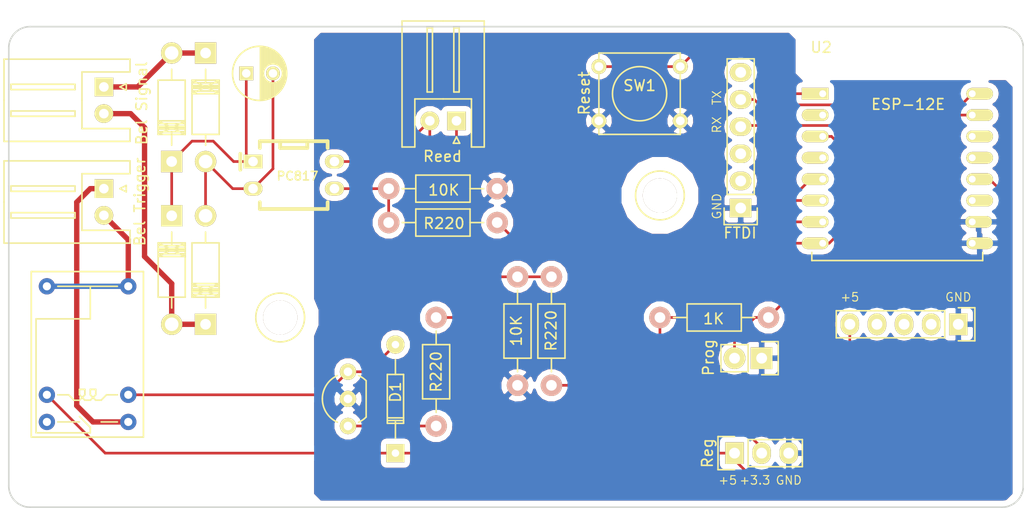
<source format=kicad_pcb>
(kicad_pcb (version 4) (host pcbnew 4.0.3+e1-6302~38~ubuntu15.04.1-stable)

  (general
    (links 47)
    (no_connects 0)
    (area 118.979999 72.304999 215.100001 120.100001)
    (thickness 1.6)
    (drawings 20)
    (tracks 116)
    (zones 0)
    (modules 26)
    (nets 39)
  )

  (page A4)
  (layers
    (0 F.Cu signal)
    (31 B.Cu signal)
    (32 B.Adhes user)
    (33 F.Adhes user)
    (34 B.Paste user)
    (35 F.Paste user)
    (36 B.SilkS user)
    (37 F.SilkS user)
    (38 B.Mask user)
    (39 F.Mask user)
    (40 Dwgs.User user)
    (41 Cmts.User user)
    (42 Eco1.User user hide)
    (43 Eco2.User user)
    (44 Edge.Cuts user)
    (45 Margin user)
    (46 B.CrtYd user)
    (47 F.CrtYd user)
    (48 B.Fab user)
    (49 F.Fab user)
  )

  (setup
    (last_trace_width 0.25)
    (trace_clearance 0.2)
    (zone_clearance 0.508)
    (zone_45_only yes)
    (trace_min 0.2)
    (segment_width 0.2)
    (edge_width 0.15)
    (via_size 0.6)
    (via_drill 0.4)
    (via_min_size 0.4)
    (via_min_drill 0.3)
    (uvia_size 0.3)
    (uvia_drill 0.1)
    (uvias_allowed no)
    (uvia_min_size 0.2)
    (uvia_min_drill 0.1)
    (pcb_text_width 0.3)
    (pcb_text_size 1.5 1.5)
    (mod_edge_width 0.15)
    (mod_text_size 1 1)
    (mod_text_width 0.15)
    (pad_size 3.2 3.2)
    (pad_drill 3.2)
    (pad_to_mask_clearance 0.2)
    (aux_axis_origin 0 0)
    (visible_elements FFFFFF7F)
    (pcbplotparams
      (layerselection 0x010f0_80000001)
      (usegerberextensions false)
      (excludeedgelayer true)
      (linewidth 0.100000)
      (plotframeref false)
      (viasonmask false)
      (mode 1)
      (useauxorigin false)
      (hpglpennumber 1)
      (hpglpenspeed 20)
      (hpglpendiameter 15)
      (hpglpenoverlay 2)
      (psnegative false)
      (psa4output false)
      (plotreference true)
      (plotvalue true)
      (plotinvisibletext false)
      (padsonsilk false)
      (subtractmaskfromsilk false)
      (outputformat 1)
      (mirror false)
      (drillshape 0)
      (scaleselection 1)
      (outputdirectory gerber))
  )

  (net 0 "")
  (net 1 "Net-(C1-Pad1)")
  (net 2 "Net-(C1-Pad2)")
  (net 3 /bel-signal-b)
  (net 4 /bel-signal-a)
  (net 5 /bel-trigger-b)
  (net 6 /bel-trigger-a)
  (net 7 GND)
  (net 8 +3V3)
  (net 9 +5V)
  (net 10 /In1)
  (net 11 "Net-(R1-Pad1)")
  (net 12 "Net-(U2-Pad2)")
  (net 13 "Net-(U2-Pad4)")
  (net 14 "Net-(U2-Pad9)")
  (net 15 "Net-(U2-Pad10)")
  (net 16 "Net-(U2-Pad11)")
  (net 17 "Net-(U2-Pad12)")
  (net 18 "Net-(U2-Pad13)")
  (net 19 "Net-(U2-Pad14)")
  (net 20 "Net-(U2-Pad17)")
  (net 21 "Net-(U2-Pad19)")
  (net 22 /reed-b)
  (net 23 /GPIO0)
  (net 24 "Net-(P5-Pad2)")
  (net 25 "Net-(P5-Pad3)")
  (net 26 /RX)
  (net 27 /TX)
  (net 28 "Net-(P5-Pad6)")
  (net 29 "Net-(P6-Pad2)")
  (net 30 "Net-(P6-Pad3)")
  (net 31 "Net-(P6-Pad4)")
  (net 32 /In2)
  (net 33 /RST)
  (net 34 /Out1)
  (net 35 "Net-(U2-Pad20)")
  (net 36 "Net-(D1-Pad2)")
  (net 37 "Net-(Q1-Pad1)")
  (net 38 "Net-(Relay1-Pad3)")

  (net_class Default "This is the default net class."
    (clearance 0.2)
    (trace_width 0.25)
    (via_dia 0.6)
    (via_drill 0.4)
    (uvia_dia 0.3)
    (uvia_drill 0.1)
    (add_net +3V3)
    (add_net +5V)
    (add_net /GPIO0)
    (add_net /In1)
    (add_net /In2)
    (add_net /Out1)
    (add_net /RST)
    (add_net /RX)
    (add_net /TX)
    (add_net /reed-b)
    (add_net GND)
    (add_net "Net-(C1-Pad1)")
    (add_net "Net-(C1-Pad2)")
    (add_net "Net-(D1-Pad2)")
    (add_net "Net-(P5-Pad2)")
    (add_net "Net-(P5-Pad3)")
    (add_net "Net-(P5-Pad6)")
    (add_net "Net-(P6-Pad2)")
    (add_net "Net-(P6-Pad3)")
    (add_net "Net-(P6-Pad4)")
    (add_net "Net-(Q1-Pad1)")
    (add_net "Net-(R1-Pad1)")
    (add_net "Net-(Relay1-Pad3)")
    (add_net "Net-(U2-Pad10)")
    (add_net "Net-(U2-Pad11)")
    (add_net "Net-(U2-Pad12)")
    (add_net "Net-(U2-Pad13)")
    (add_net "Net-(U2-Pad14)")
    (add_net "Net-(U2-Pad17)")
    (add_net "Net-(U2-Pad19)")
    (add_net "Net-(U2-Pad2)")
    (add_net "Net-(U2-Pad20)")
    (add_net "Net-(U2-Pad4)")
    (add_net "Net-(U2-Pad9)")
  )

  (net_class VAC ""
    (clearance 0.2)
    (trace_width 0.5)
    (via_dia 0.6)
    (via_drill 0.4)
    (uvia_dia 0.3)
    (uvia_drill 0.1)
    (add_net /bel-signal-a)
    (add_net /bel-signal-b)
    (add_net /bel-trigger-a)
    (add_net /bel-trigger-b)
  )

  (module Connectors_JST:JST_XH_S02B-XH-A_02x2.50mm_Angled (layer F.Cu) (tedit 57B8A60A) (tstamp 57B883F0)
    (at 161.925 83.82 180)
    (descr "JST XH series connector, S02B-XH-A, side entry type, through hole")
    (tags "connector jst xh tht side horizontal angled 2.50mm")
    (path /57B87D98)
    (fp_text reference P3 (at 1.25 -3.5 180) (layer F.SilkS) hide
      (effects (font (size 1 1) (thickness 0.15)))
    )
    (fp_text value Reed (at 1.31 -3.325 180) (layer F.SilkS)
      (effects (font (size 1 1) (thickness 0.15)))
    )
    (fp_line (start -2.95 -2.8) (end -2.95 9.7) (layer F.CrtYd) (width 0.05))
    (fp_line (start -2.95 9.7) (end 5.45 9.7) (layer F.CrtYd) (width 0.05))
    (fp_line (start 5.45 9.7) (end 5.45 -2.8) (layer F.CrtYd) (width 0.05))
    (fp_line (start 5.45 -2.8) (end -2.95 -2.8) (layer F.CrtYd) (width 0.05))
    (fp_line (start 1.25 9.35) (end -2.6 9.35) (layer F.SilkS) (width 0.15))
    (fp_line (start -2.6 9.35) (end -2.6 -2.45) (layer F.SilkS) (width 0.15))
    (fp_line (start -2.6 -2.45) (end -1.4 -2.45) (layer F.SilkS) (width 0.15))
    (fp_line (start -1.4 -2.45) (end -1.4 2.05) (layer F.SilkS) (width 0.15))
    (fp_line (start -1.4 2.05) (end 1.25 2.05) (layer F.SilkS) (width 0.15))
    (fp_line (start 1.25 9.35) (end 5.1 9.35) (layer F.SilkS) (width 0.15))
    (fp_line (start 5.1 9.35) (end 5.1 -2.45) (layer F.SilkS) (width 0.15))
    (fp_line (start 5.1 -2.45) (end 3.9 -2.45) (layer F.SilkS) (width 0.15))
    (fp_line (start 3.9 -2.45) (end 3.9 2.05) (layer F.SilkS) (width 0.15))
    (fp_line (start 3.9 2.05) (end 1.25 2.05) (layer F.SilkS) (width 0.15))
    (fp_line (start -0.25 2.7) (end -0.25 8.7) (layer F.SilkS) (width 0.15))
    (fp_line (start -0.25 8.7) (end 0.25 8.7) (layer F.SilkS) (width 0.15))
    (fp_line (start 0.25 8.7) (end 0.25 2.7) (layer F.SilkS) (width 0.15))
    (fp_line (start 0.25 2.7) (end -0.25 2.7) (layer F.SilkS) (width 0.15))
    (fp_line (start 2.25 2.7) (end 2.25 8.7) (layer F.SilkS) (width 0.15))
    (fp_line (start 2.25 8.7) (end 2.75 8.7) (layer F.SilkS) (width 0.15))
    (fp_line (start 2.75 8.7) (end 2.75 2.7) (layer F.SilkS) (width 0.15))
    (fp_line (start 2.75 2.7) (end 2.25 2.7) (layer F.SilkS) (width 0.15))
    (fp_line (start 0 -1.5) (end -0.3 -2.1) (layer F.SilkS) (width 0.15))
    (fp_line (start -0.3 -2.1) (end 0.3 -2.1) (layer F.SilkS) (width 0.15))
    (fp_line (start 0.3 -2.1) (end 0 -1.5) (layer F.SilkS) (width 0.15))
    (pad 1 thru_hole rect (at 0 0 180) (size 1.75 1.75) (drill 0.9) (layers *.Cu *.Mask F.SilkS)
      (net 22 /reed-b))
    (pad 2 thru_hole circle (at 2.5 0 180) (size 1.75 1.75) (drill 0.9) (layers *.Cu *.Mask F.SilkS)
      (net 8 +3V3))
    (model Connectors_JST.3dshapes/JST_XH_S02B-XH-A_02x2.50mm_Angled.wrl
      (at (xyz 0 0 0))
      (scale (xyz 1 1 1))
      (rotate (xyz 0 0 0))
    )
  )

  (module Capacitors_ThroughHole:C_Radial_D5_L6_P2.5 (layer F.Cu) (tedit 57B8A5DA) (tstamp 57B83C52)
    (at 142.24 79.375)
    (descr "Radial Electrolytic Capacitor Diameter 5mm x Length 6mm, Pitch 2.5mm")
    (tags "Electrolytic Capacitor")
    (path /57B838C8)
    (fp_text reference C1 (at 5.125 -2.995) (layer F.SilkS) hide
      (effects (font (size 1 1) (thickness 0.15)))
    )
    (fp_text value CP (at 1.25 3.8) (layer F.Fab)
      (effects (font (size 1 1) (thickness 0.15)))
    )
    (fp_line (start 1.325 -2.499) (end 1.325 2.499) (layer F.SilkS) (width 0.15))
    (fp_line (start 1.465 -2.491) (end 1.465 2.491) (layer F.SilkS) (width 0.15))
    (fp_line (start 1.605 -2.475) (end 1.605 -0.095) (layer F.SilkS) (width 0.15))
    (fp_line (start 1.605 0.095) (end 1.605 2.475) (layer F.SilkS) (width 0.15))
    (fp_line (start 1.745 -2.451) (end 1.745 -0.49) (layer F.SilkS) (width 0.15))
    (fp_line (start 1.745 0.49) (end 1.745 2.451) (layer F.SilkS) (width 0.15))
    (fp_line (start 1.885 -2.418) (end 1.885 -0.657) (layer F.SilkS) (width 0.15))
    (fp_line (start 1.885 0.657) (end 1.885 2.418) (layer F.SilkS) (width 0.15))
    (fp_line (start 2.025 -2.377) (end 2.025 -0.764) (layer F.SilkS) (width 0.15))
    (fp_line (start 2.025 0.764) (end 2.025 2.377) (layer F.SilkS) (width 0.15))
    (fp_line (start 2.165 -2.327) (end 2.165 -0.835) (layer F.SilkS) (width 0.15))
    (fp_line (start 2.165 0.835) (end 2.165 2.327) (layer F.SilkS) (width 0.15))
    (fp_line (start 2.305 -2.266) (end 2.305 -0.879) (layer F.SilkS) (width 0.15))
    (fp_line (start 2.305 0.879) (end 2.305 2.266) (layer F.SilkS) (width 0.15))
    (fp_line (start 2.445 -2.196) (end 2.445 -0.898) (layer F.SilkS) (width 0.15))
    (fp_line (start 2.445 0.898) (end 2.445 2.196) (layer F.SilkS) (width 0.15))
    (fp_line (start 2.585 -2.114) (end 2.585 -0.896) (layer F.SilkS) (width 0.15))
    (fp_line (start 2.585 0.896) (end 2.585 2.114) (layer F.SilkS) (width 0.15))
    (fp_line (start 2.725 -2.019) (end 2.725 -0.871) (layer F.SilkS) (width 0.15))
    (fp_line (start 2.725 0.871) (end 2.725 2.019) (layer F.SilkS) (width 0.15))
    (fp_line (start 2.865 -1.908) (end 2.865 -0.823) (layer F.SilkS) (width 0.15))
    (fp_line (start 2.865 0.823) (end 2.865 1.908) (layer F.SilkS) (width 0.15))
    (fp_line (start 3.005 -1.78) (end 3.005 -0.745) (layer F.SilkS) (width 0.15))
    (fp_line (start 3.005 0.745) (end 3.005 1.78) (layer F.SilkS) (width 0.15))
    (fp_line (start 3.145 -1.631) (end 3.145 -0.628) (layer F.SilkS) (width 0.15))
    (fp_line (start 3.145 0.628) (end 3.145 1.631) (layer F.SilkS) (width 0.15))
    (fp_line (start 3.285 -1.452) (end 3.285 -0.44) (layer F.SilkS) (width 0.15))
    (fp_line (start 3.285 0.44) (end 3.285 1.452) (layer F.SilkS) (width 0.15))
    (fp_line (start 3.425 -1.233) (end 3.425 1.233) (layer F.SilkS) (width 0.15))
    (fp_line (start 3.565 -0.944) (end 3.565 0.944) (layer F.SilkS) (width 0.15))
    (fp_line (start 3.705 -0.472) (end 3.705 0.472) (layer F.SilkS) (width 0.15))
    (fp_circle (center 2.5 0) (end 2.5 -0.9) (layer F.SilkS) (width 0.15))
    (fp_circle (center 1.25 0) (end 1.25 -2.5375) (layer F.SilkS) (width 0.15))
    (fp_circle (center 1.25 0) (end 1.25 -2.8) (layer F.CrtYd) (width 0.05))
    (pad 1 thru_hole rect (at 0 0) (size 1.3 1.3) (drill 0.8) (layers *.Cu *.Mask F.SilkS)
      (net 1 "Net-(C1-Pad1)"))
    (pad 2 thru_hole circle (at 2.5 0) (size 1.3 1.3) (drill 0.8) (layers *.Cu *.Mask F.SilkS)
      (net 2 "Net-(C1-Pad2)"))
    (model Capacitors_ThroughHole.3dshapes/C_Radial_D5_L6_P2.5.wrl
      (at (xyz 0.0492126 0 0))
      (scale (xyz 1 1 1))
      (rotate (xyz 0 0 90))
    )
  )

  (module Diodes_ThroughHole:Diode_DO-41_SOD81_Horizontal_RM10 (layer F.Cu) (tedit 57B8A5F9) (tstamp 57B83C58)
    (at 138.43 77.47 270)
    (descr "Diode, DO-41, SOD81, Horizontal, RM 10mm,")
    (tags "Diode, DO-41, SOD81, Horizontal, RM 10mm, 1N4007, SB140,")
    (path /57B83EEE)
    (fp_text reference D2 (at 5.38734 2.53746 270) (layer F.SilkS) hide
      (effects (font (size 1 1) (thickness 0.15)))
    )
    (fp_text value D (at 4.37134 -3.55854 270) (layer F.Fab) hide
      (effects (font (size 1 1) (thickness 0.15)))
    )
    (fp_line (start 7.62 -0.00254) (end 8.636 -0.00254) (layer F.SilkS) (width 0.15))
    (fp_line (start 2.794 -0.00254) (end 1.524 -0.00254) (layer F.SilkS) (width 0.15))
    (fp_line (start 3.048 -1.27254) (end 3.048 1.26746) (layer F.SilkS) (width 0.15))
    (fp_line (start 3.302 -1.27254) (end 3.302 1.26746) (layer F.SilkS) (width 0.15))
    (fp_line (start 3.556 -1.27254) (end 3.556 1.26746) (layer F.SilkS) (width 0.15))
    (fp_line (start 2.794 -1.27254) (end 2.794 1.26746) (layer F.SilkS) (width 0.15))
    (fp_line (start 3.81 -1.27254) (end 2.54 1.26746) (layer F.SilkS) (width 0.15))
    (fp_line (start 2.54 -1.27254) (end 3.81 1.26746) (layer F.SilkS) (width 0.15))
    (fp_line (start 3.81 -1.27254) (end 3.81 1.26746) (layer F.SilkS) (width 0.15))
    (fp_line (start 3.175 -1.27254) (end 3.175 1.26746) (layer F.SilkS) (width 0.15))
    (fp_line (start 2.54 1.26746) (end 2.54 -1.27254) (layer F.SilkS) (width 0.15))
    (fp_line (start 2.54 -1.27254) (end 7.62 -1.27254) (layer F.SilkS) (width 0.15))
    (fp_line (start 7.62 -1.27254) (end 7.62 1.26746) (layer F.SilkS) (width 0.15))
    (fp_line (start 7.62 1.26746) (end 2.54 1.26746) (layer F.SilkS) (width 0.15))
    (pad 2 thru_hole circle (at 10.16 -0.00254 90) (size 1.99898 1.99898) (drill 1.27) (layers *.Cu *.Mask F.SilkS)
      (net 2 "Net-(C1-Pad2)"))
    (pad 1 thru_hole rect (at 0 -0.00254 90) (size 1.99898 1.99898) (drill 1.00076) (layers *.Cu *.Mask F.SilkS)
      (net 3 /bel-signal-b))
  )

  (module Diodes_ThroughHole:Diode_DO-41_SOD81_Horizontal_RM10 (layer F.Cu) (tedit 57B8A5F5) (tstamp 57B83C5E)
    (at 138.43 102.87 90)
    (descr "Diode, DO-41, SOD81, Horizontal, RM 10mm,")
    (tags "Diode, DO-41, SOD81, Horizontal, RM 10mm, 1N4007, SB140,")
    (path /57B83E48)
    (fp_text reference D3 (at 5.38734 2.53746 90) (layer F.SilkS) hide
      (effects (font (size 1 1) (thickness 0.15)))
    )
    (fp_text value D (at 4.37134 -3.55854 90) (layer F.Fab) hide
      (effects (font (size 1 1) (thickness 0.15)))
    )
    (fp_line (start 7.62 -0.00254) (end 8.636 -0.00254) (layer F.SilkS) (width 0.15))
    (fp_line (start 2.794 -0.00254) (end 1.524 -0.00254) (layer F.SilkS) (width 0.15))
    (fp_line (start 3.048 -1.27254) (end 3.048 1.26746) (layer F.SilkS) (width 0.15))
    (fp_line (start 3.302 -1.27254) (end 3.302 1.26746) (layer F.SilkS) (width 0.15))
    (fp_line (start 3.556 -1.27254) (end 3.556 1.26746) (layer F.SilkS) (width 0.15))
    (fp_line (start 2.794 -1.27254) (end 2.794 1.26746) (layer F.SilkS) (width 0.15))
    (fp_line (start 3.81 -1.27254) (end 2.54 1.26746) (layer F.SilkS) (width 0.15))
    (fp_line (start 2.54 -1.27254) (end 3.81 1.26746) (layer F.SilkS) (width 0.15))
    (fp_line (start 3.81 -1.27254) (end 3.81 1.26746) (layer F.SilkS) (width 0.15))
    (fp_line (start 3.175 -1.27254) (end 3.175 1.26746) (layer F.SilkS) (width 0.15))
    (fp_line (start 2.54 1.26746) (end 2.54 -1.27254) (layer F.SilkS) (width 0.15))
    (fp_line (start 2.54 -1.27254) (end 7.62 -1.27254) (layer F.SilkS) (width 0.15))
    (fp_line (start 7.62 -1.27254) (end 7.62 1.26746) (layer F.SilkS) (width 0.15))
    (fp_line (start 7.62 1.26746) (end 2.54 1.26746) (layer F.SilkS) (width 0.15))
    (pad 2 thru_hole circle (at 10.16 -0.00254 270) (size 1.99898 1.99898) (drill 1.27) (layers *.Cu *.Mask F.SilkS)
      (net 2 "Net-(C1-Pad2)"))
    (pad 1 thru_hole rect (at 0 -0.00254 270) (size 1.99898 1.99898) (drill 1.00076) (layers *.Cu *.Mask F.SilkS)
      (net 4 /bel-signal-a))
  )

  (module Diodes_ThroughHole:Diode_DO-41_SOD81_Horizontal_RM10 (layer F.Cu) (tedit 57B8A5E9) (tstamp 57B83C64)
    (at 135.255 87.63 90)
    (descr "Diode, DO-41, SOD81, Horizontal, RM 10mm,")
    (tags "Diode, DO-41, SOD81, Horizontal, RM 10mm, 1N4007, SB140,")
    (path /57B83FAB)
    (fp_text reference D4 (at 5.38734 2.53746 90) (layer F.SilkS) hide
      (effects (font (size 1 1) (thickness 0.15)))
    )
    (fp_text value D (at 4.37134 -3.55854 90) (layer F.Fab) hide
      (effects (font (size 1 1) (thickness 0.15)))
    )
    (fp_line (start 7.62 -0.00254) (end 8.636 -0.00254) (layer F.SilkS) (width 0.15))
    (fp_line (start 2.794 -0.00254) (end 1.524 -0.00254) (layer F.SilkS) (width 0.15))
    (fp_line (start 3.048 -1.27254) (end 3.048 1.26746) (layer F.SilkS) (width 0.15))
    (fp_line (start 3.302 -1.27254) (end 3.302 1.26746) (layer F.SilkS) (width 0.15))
    (fp_line (start 3.556 -1.27254) (end 3.556 1.26746) (layer F.SilkS) (width 0.15))
    (fp_line (start 2.794 -1.27254) (end 2.794 1.26746) (layer F.SilkS) (width 0.15))
    (fp_line (start 3.81 -1.27254) (end 2.54 1.26746) (layer F.SilkS) (width 0.15))
    (fp_line (start 2.54 -1.27254) (end 3.81 1.26746) (layer F.SilkS) (width 0.15))
    (fp_line (start 3.81 -1.27254) (end 3.81 1.26746) (layer F.SilkS) (width 0.15))
    (fp_line (start 3.175 -1.27254) (end 3.175 1.26746) (layer F.SilkS) (width 0.15))
    (fp_line (start 2.54 1.26746) (end 2.54 -1.27254) (layer F.SilkS) (width 0.15))
    (fp_line (start 2.54 -1.27254) (end 7.62 -1.27254) (layer F.SilkS) (width 0.15))
    (fp_line (start 7.62 -1.27254) (end 7.62 1.26746) (layer F.SilkS) (width 0.15))
    (fp_line (start 7.62 1.26746) (end 2.54 1.26746) (layer F.SilkS) (width 0.15))
    (pad 2 thru_hole circle (at 10.16 -0.00254 270) (size 1.99898 1.99898) (drill 1.27) (layers *.Cu *.Mask F.SilkS)
      (net 3 /bel-signal-b))
    (pad 1 thru_hole rect (at 0 -0.00254 270) (size 1.99898 1.99898) (drill 1.00076) (layers *.Cu *.Mask F.SilkS)
      (net 1 "Net-(C1-Pad1)"))
  )

  (module Diodes_ThroughHole:Diode_DO-41_SOD81_Horizontal_RM10 (layer F.Cu) (tedit 57B8A5F0) (tstamp 57B83C6A)
    (at 135.255 92.71 270)
    (descr "Diode, DO-41, SOD81, Horizontal, RM 10mm,")
    (tags "Diode, DO-41, SOD81, Horizontal, RM 10mm, 1N4007, SB140,")
    (path /57B83FF7)
    (fp_text reference D5 (at 5.38734 2.53746 270) (layer F.SilkS) hide
      (effects (font (size 1 1) (thickness 0.15)))
    )
    (fp_text value D (at 4.37134 -3.55854 270) (layer F.Fab) hide
      (effects (font (size 1 1) (thickness 0.15)))
    )
    (fp_line (start 7.62 -0.00254) (end 8.636 -0.00254) (layer F.SilkS) (width 0.15))
    (fp_line (start 2.794 -0.00254) (end 1.524 -0.00254) (layer F.SilkS) (width 0.15))
    (fp_line (start 3.048 -1.27254) (end 3.048 1.26746) (layer F.SilkS) (width 0.15))
    (fp_line (start 3.302 -1.27254) (end 3.302 1.26746) (layer F.SilkS) (width 0.15))
    (fp_line (start 3.556 -1.27254) (end 3.556 1.26746) (layer F.SilkS) (width 0.15))
    (fp_line (start 2.794 -1.27254) (end 2.794 1.26746) (layer F.SilkS) (width 0.15))
    (fp_line (start 3.81 -1.27254) (end 2.54 1.26746) (layer F.SilkS) (width 0.15))
    (fp_line (start 2.54 -1.27254) (end 3.81 1.26746) (layer F.SilkS) (width 0.15))
    (fp_line (start 3.81 -1.27254) (end 3.81 1.26746) (layer F.SilkS) (width 0.15))
    (fp_line (start 3.175 -1.27254) (end 3.175 1.26746) (layer F.SilkS) (width 0.15))
    (fp_line (start 2.54 1.26746) (end 2.54 -1.27254) (layer F.SilkS) (width 0.15))
    (fp_line (start 2.54 -1.27254) (end 7.62 -1.27254) (layer F.SilkS) (width 0.15))
    (fp_line (start 7.62 -1.27254) (end 7.62 1.26746) (layer F.SilkS) (width 0.15))
    (fp_line (start 7.62 1.26746) (end 2.54 1.26746) (layer F.SilkS) (width 0.15))
    (pad 2 thru_hole circle (at 10.16 -0.00254 90) (size 1.99898 1.99898) (drill 1.27) (layers *.Cu *.Mask F.SilkS)
      (net 4 /bel-signal-a))
    (pad 1 thru_hole rect (at 0 -0.00254 90) (size 1.99898 1.99898) (drill 1.00076) (layers *.Cu *.Mask F.SilkS)
      (net 1 "Net-(C1-Pad1)"))
  )

  (module Connectors_JST:JST_XH_S02B-XH-A_02x2.50mm_Angled (layer F.Cu) (tedit 57B8A624) (tstamp 57B83C70)
    (at 128.905 80.645 270)
    (descr "JST XH series connector, S02B-XH-A, side entry type, through hole")
    (tags "connector jst xh tht side horizontal angled 2.50mm")
    (path /57B836D0)
    (fp_text reference P1 (at 1.25 -3.5 270) (layer F.SilkS) hide
      (effects (font (size 1 1) (thickness 0.15)))
    )
    (fp_text value "Bel Signal" (at 1.53 -3.54 270) (layer F.SilkS)
      (effects (font (size 1 1) (thickness 0.15)))
    )
    (fp_line (start -2.95 -2.8) (end -2.95 9.7) (layer F.CrtYd) (width 0.05))
    (fp_line (start -2.95 9.7) (end 5.45 9.7) (layer F.CrtYd) (width 0.05))
    (fp_line (start 5.45 9.7) (end 5.45 -2.8) (layer F.CrtYd) (width 0.05))
    (fp_line (start 5.45 -2.8) (end -2.95 -2.8) (layer F.CrtYd) (width 0.05))
    (fp_line (start 1.25 9.35) (end -2.6 9.35) (layer F.SilkS) (width 0.15))
    (fp_line (start -2.6 9.35) (end -2.6 -2.45) (layer F.SilkS) (width 0.15))
    (fp_line (start -2.6 -2.45) (end -1.4 -2.45) (layer F.SilkS) (width 0.15))
    (fp_line (start -1.4 -2.45) (end -1.4 2.05) (layer F.SilkS) (width 0.15))
    (fp_line (start -1.4 2.05) (end 1.25 2.05) (layer F.SilkS) (width 0.15))
    (fp_line (start 1.25 9.35) (end 5.1 9.35) (layer F.SilkS) (width 0.15))
    (fp_line (start 5.1 9.35) (end 5.1 -2.45) (layer F.SilkS) (width 0.15))
    (fp_line (start 5.1 -2.45) (end 3.9 -2.45) (layer F.SilkS) (width 0.15))
    (fp_line (start 3.9 -2.45) (end 3.9 2.05) (layer F.SilkS) (width 0.15))
    (fp_line (start 3.9 2.05) (end 1.25 2.05) (layer F.SilkS) (width 0.15))
    (fp_line (start -0.25 2.7) (end -0.25 8.7) (layer F.SilkS) (width 0.15))
    (fp_line (start -0.25 8.7) (end 0.25 8.7) (layer F.SilkS) (width 0.15))
    (fp_line (start 0.25 8.7) (end 0.25 2.7) (layer F.SilkS) (width 0.15))
    (fp_line (start 0.25 2.7) (end -0.25 2.7) (layer F.SilkS) (width 0.15))
    (fp_line (start 2.25 2.7) (end 2.25 8.7) (layer F.SilkS) (width 0.15))
    (fp_line (start 2.25 8.7) (end 2.75 8.7) (layer F.SilkS) (width 0.15))
    (fp_line (start 2.75 8.7) (end 2.75 2.7) (layer F.SilkS) (width 0.15))
    (fp_line (start 2.75 2.7) (end 2.25 2.7) (layer F.SilkS) (width 0.15))
    (fp_line (start 0 -1.5) (end -0.3 -2.1) (layer F.SilkS) (width 0.15))
    (fp_line (start -0.3 -2.1) (end 0.3 -2.1) (layer F.SilkS) (width 0.15))
    (fp_line (start 0.3 -2.1) (end 0 -1.5) (layer F.SilkS) (width 0.15))
    (pad 1 thru_hole rect (at 0 0 270) (size 1.75 1.75) (drill 0.9) (layers *.Cu *.Mask F.SilkS)
      (net 3 /bel-signal-b))
    (pad 2 thru_hole circle (at 2.5 0 270) (size 1.75 1.75) (drill 0.9) (layers *.Cu *.Mask F.SilkS)
      (net 4 /bel-signal-a))
    (model Connectors_JST.3dshapes/JST_XH_S02B-XH-A_02x2.50mm_Angled.wrl
      (at (xyz 0 0 0))
      (scale (xyz 1 1 1))
      (rotate (xyz 0 0 0))
    )
  )

  (module Connectors_JST:JST_XH_S02B-XH-A_02x2.50mm_Angled (layer F.Cu) (tedit 57B8A622) (tstamp 57B83C76)
    (at 128.905 90.17 270)
    (descr "JST XH series connector, S02B-XH-A, side entry type, through hole")
    (tags "connector jst xh tht side horizontal angled 2.50mm")
    (path /57B83726)
    (fp_text reference P2 (at 1.25 -3.5 270) (layer F.SilkS) hide
      (effects (font (size 1 1) (thickness 0.15)))
    )
    (fp_text value "Bel Trigger" (at 1.23 -3.37 270) (layer F.SilkS)
      (effects (font (size 1 1) (thickness 0.15)))
    )
    (fp_line (start -2.95 -2.8) (end -2.95 9.7) (layer F.CrtYd) (width 0.05))
    (fp_line (start -2.95 9.7) (end 5.45 9.7) (layer F.CrtYd) (width 0.05))
    (fp_line (start 5.45 9.7) (end 5.45 -2.8) (layer F.CrtYd) (width 0.05))
    (fp_line (start 5.45 -2.8) (end -2.95 -2.8) (layer F.CrtYd) (width 0.05))
    (fp_line (start 1.25 9.35) (end -2.6 9.35) (layer F.SilkS) (width 0.15))
    (fp_line (start -2.6 9.35) (end -2.6 -2.45) (layer F.SilkS) (width 0.15))
    (fp_line (start -2.6 -2.45) (end -1.4 -2.45) (layer F.SilkS) (width 0.15))
    (fp_line (start -1.4 -2.45) (end -1.4 2.05) (layer F.SilkS) (width 0.15))
    (fp_line (start -1.4 2.05) (end 1.25 2.05) (layer F.SilkS) (width 0.15))
    (fp_line (start 1.25 9.35) (end 5.1 9.35) (layer F.SilkS) (width 0.15))
    (fp_line (start 5.1 9.35) (end 5.1 -2.45) (layer F.SilkS) (width 0.15))
    (fp_line (start 5.1 -2.45) (end 3.9 -2.45) (layer F.SilkS) (width 0.15))
    (fp_line (start 3.9 -2.45) (end 3.9 2.05) (layer F.SilkS) (width 0.15))
    (fp_line (start 3.9 2.05) (end 1.25 2.05) (layer F.SilkS) (width 0.15))
    (fp_line (start -0.25 2.7) (end -0.25 8.7) (layer F.SilkS) (width 0.15))
    (fp_line (start -0.25 8.7) (end 0.25 8.7) (layer F.SilkS) (width 0.15))
    (fp_line (start 0.25 8.7) (end 0.25 2.7) (layer F.SilkS) (width 0.15))
    (fp_line (start 0.25 2.7) (end -0.25 2.7) (layer F.SilkS) (width 0.15))
    (fp_line (start 2.25 2.7) (end 2.25 8.7) (layer F.SilkS) (width 0.15))
    (fp_line (start 2.25 8.7) (end 2.75 8.7) (layer F.SilkS) (width 0.15))
    (fp_line (start 2.75 8.7) (end 2.75 2.7) (layer F.SilkS) (width 0.15))
    (fp_line (start 2.75 2.7) (end 2.25 2.7) (layer F.SilkS) (width 0.15))
    (fp_line (start 0 -1.5) (end -0.3 -2.1) (layer F.SilkS) (width 0.15))
    (fp_line (start -0.3 -2.1) (end 0.3 -2.1) (layer F.SilkS) (width 0.15))
    (fp_line (start 0.3 -2.1) (end 0 -1.5) (layer F.SilkS) (width 0.15))
    (pad 1 thru_hole rect (at 0 0 270) (size 1.75 1.75) (drill 0.9) (layers *.Cu *.Mask F.SilkS)
      (net 5 /bel-trigger-b))
    (pad 2 thru_hole circle (at 2.5 0 270) (size 1.75 1.75) (drill 0.9) (layers *.Cu *.Mask F.SilkS)
      (net 6 /bel-trigger-a))
    (model Connectors_JST.3dshapes/JST_XH_S02B-XH-A_02x2.50mm_Angled.wrl
      (at (xyz 0 0 0))
      (scale (xyz 1 1 1))
      (rotate (xyz 0 0 0))
    )
  )

  (module Resistors_ThroughHole:Resistor_Horizontal_RM10mm (layer F.Cu) (tedit 57B8A540) (tstamp 57B83C88)
    (at 155.575 90.17)
    (descr "Resistor, Axial,  RM 10mm, 1/3W")
    (tags "Resistor Axial RM 10mm 1/3W")
    (path /57B83B44)
    (fp_text reference R1 (at 5.32892 -3.50012) (layer F.SilkS) hide
      (effects (font (size 1 1) (thickness 0.15)))
    )
    (fp_text value 10K (at 5.165 0.135) (layer F.SilkS)
      (effects (font (size 1 1) (thickness 0.15)))
    )
    (fp_line (start -1.25 -1.5) (end 11.4 -1.5) (layer F.CrtYd) (width 0.05))
    (fp_line (start -1.25 1.5) (end -1.25 -1.5) (layer F.CrtYd) (width 0.05))
    (fp_line (start 11.4 -1.5) (end 11.4 1.5) (layer F.CrtYd) (width 0.05))
    (fp_line (start -1.25 1.5) (end 11.4 1.5) (layer F.CrtYd) (width 0.05))
    (fp_line (start 2.54 -1.27) (end 7.62 -1.27) (layer F.SilkS) (width 0.15))
    (fp_line (start 7.62 -1.27) (end 7.62 1.27) (layer F.SilkS) (width 0.15))
    (fp_line (start 7.62 1.27) (end 2.54 1.27) (layer F.SilkS) (width 0.15))
    (fp_line (start 2.54 1.27) (end 2.54 -1.27) (layer F.SilkS) (width 0.15))
    (fp_line (start 2.54 0) (end 1.27 0) (layer F.SilkS) (width 0.15))
    (fp_line (start 7.62 0) (end 8.89 0) (layer F.SilkS) (width 0.15))
    (pad 1 thru_hole circle (at 0 0) (size 1.99898 1.99898) (drill 1.00076) (layers *.Cu *.SilkS *.Mask)
      (net 11 "Net-(R1-Pad1)"))
    (pad 2 thru_hole circle (at 10.16 0) (size 1.99898 1.99898) (drill 1.00076) (layers *.Cu *.SilkS *.Mask)
      (net 7 GND))
    (model Resistors_ThroughHole.3dshapes/Resistor_Horizontal_RM10mm.wrl
      (at (xyz 0.2 0 0))
      (scale (xyz 0.4 0.4 0.4))
      (rotate (xyz 0 0 0))
    )
  )

  (module Resistors_ThroughHole:Resistor_Horizontal_RM10mm (layer F.Cu) (tedit 57B8A53C) (tstamp 57B83C8E)
    (at 165.735 93.345 180)
    (descr "Resistor, Axial,  RM 10mm, 1/3W")
    (tags "Resistor Axial RM 10mm 1/3W")
    (path /57B83C67)
    (fp_text reference R2 (at 5.32892 -3.50012 180) (layer F.SilkS) hide
      (effects (font (size 1 1) (thickness 0.15)))
    )
    (fp_text value R220 (at 4.975 -0.08 180) (layer F.SilkS)
      (effects (font (size 1 1) (thickness 0.15)))
    )
    (fp_line (start -1.25 -1.5) (end 11.4 -1.5) (layer F.CrtYd) (width 0.05))
    (fp_line (start -1.25 1.5) (end -1.25 -1.5) (layer F.CrtYd) (width 0.05))
    (fp_line (start 11.4 -1.5) (end 11.4 1.5) (layer F.CrtYd) (width 0.05))
    (fp_line (start -1.25 1.5) (end 11.4 1.5) (layer F.CrtYd) (width 0.05))
    (fp_line (start 2.54 -1.27) (end 7.62 -1.27) (layer F.SilkS) (width 0.15))
    (fp_line (start 7.62 -1.27) (end 7.62 1.27) (layer F.SilkS) (width 0.15))
    (fp_line (start 7.62 1.27) (end 2.54 1.27) (layer F.SilkS) (width 0.15))
    (fp_line (start 2.54 1.27) (end 2.54 -1.27) (layer F.SilkS) (width 0.15))
    (fp_line (start 2.54 0) (end 1.27 0) (layer F.SilkS) (width 0.15))
    (fp_line (start 7.62 0) (end 8.89 0) (layer F.SilkS) (width 0.15))
    (pad 1 thru_hole circle (at 0 0 180) (size 1.99898 1.99898) (drill 1.00076) (layers *.Cu *.SilkS *.Mask)
      (net 10 /In1))
    (pad 2 thru_hole circle (at 10.16 0 180) (size 1.99898 1.99898) (drill 1.00076) (layers *.Cu *.SilkS *.Mask)
      (net 11 "Net-(R1-Pad1)"))
    (model Resistors_ThroughHole.3dshapes/Resistor_Horizontal_RM10mm.wrl
      (at (xyz 0.2 0 0))
      (scale (xyz 0.4 0.4 0.4))
      (rotate (xyz 0 0 0))
    )
  )

  (module cpavlina_dipsip:DIP-4 (layer F.Cu) (tedit 57B8A599) (tstamp 57B83C96)
    (at 146.685 88.9)
    (path /57B83938)
    (fp_text reference U1 (at 0.21 -0.05 90) (layer F.SilkS) hide
      (effects (font (size 0.8 0.8) (thickness 0.15)))
    )
    (fp_text value PC817 (at 0.35 0.09) (layer F.SilkS)
      (effects (font (size 0.8 0.8) (thickness 0.15)))
    )
    (fp_line (start -5 -3.5) (end 5 -3.5) (layer F.CrtYd) (width 0.15))
    (fp_line (start 5 -3.5) (end 5 3.5) (layer F.CrtYd) (width 0.15))
    (fp_line (start 5 3.5) (end -5 3.5) (layer F.CrtYd) (width 0.15))
    (fp_line (start -5 3.5) (end -5 -3.5) (layer F.CrtYd) (width 0.15))
    (fp_line (start -4 -3.5) (end -4 -2.5) (layer F.Fab) (width 0.15))
    (fp_line (start -4 -2.5) (end -5 -2.5) (layer F.Fab) (width 0.15))
    (fp_line (start -5 -3.5) (end 5 -3.5) (layer F.Fab) (width 0.15))
    (fp_line (start 5 -3.5) (end 5 3.5) (layer F.Fab) (width 0.15))
    (fp_line (start 5 3.5) (end -5 3.5) (layer F.Fab) (width 0.15))
    (fp_line (start -5 3.5) (end -5 -3.5) (layer F.Fab) (width 0.15))
    (fp_line (start -5 -2) (end -5 -0.5) (layer F.SilkS) (width 0.35))
    (fp_line (start 1.27 -3.175) (end 1.27 -2.54) (layer F.SilkS) (width 0.35))
    (fp_line (start 1.27 -2.54) (end -1.27 -2.54) (layer F.SilkS) (width 0.35))
    (fp_line (start -1.27 -2.54) (end -1.27 -3.175) (layer F.SilkS) (width 0.35))
    (fp_line (start 3.175 -2.54) (end 3.175 -3.175) (layer F.SilkS) (width 0.35))
    (fp_line (start 3.175 -3.175) (end -3.175 -3.175) (layer F.SilkS) (width 0.35))
    (fp_line (start -3.175 -3.175) (end -3.175 -2.54) (layer F.SilkS) (width 0.35))
    (fp_line (start -3.175 2.54) (end -3.175 3.175) (layer F.SilkS) (width 0.35))
    (fp_line (start -3.175 3.175) (end 3.175 3.175) (layer F.SilkS) (width 0.35))
    (fp_line (start 3.175 3.175) (end 3.175 2.54) (layer F.SilkS) (width 0.35))
    (pad 1 thru_hole rect (at -3.81 -1.27) (size 1.778 1.3) (drill 0.9) (layers *.Cu *.Mask F.SilkS)
      (net 1 "Net-(C1-Pad1)"))
    (pad 2 thru_hole oval (at -3.81 1.27) (size 1.778 1.3) (drill 0.9) (layers *.Cu *.Mask F.SilkS)
      (net 2 "Net-(C1-Pad2)"))
    (pad 3 thru_hole oval (at 3.81 1.27) (size 1.778 1.3) (drill 0.9) (layers *.Cu *.Mask F.SilkS)
      (net 11 "Net-(R1-Pad1)"))
    (pad 4 thru_hole oval (at 3.81 -1.27) (size 1.778 1.3) (drill 0.9) (layers *.Cu *.Mask F.SilkS)
      (net 8 +3V3))
    (model pth_circuits/dil_4-300.wrl
      (at (xyz 0 0 0))
      (scale (xyz 1 1 1))
      (rotate (xyz 0 0 90))
    )
  )

  (module ESP8266:ESP-12E (layer F.Cu) (tedit 57B8A5A4) (tstamp 57B84191)
    (at 196.215 81.28)
    (descr "Module, ESP-8266, ESP-12, 16 pad, SMD")
    (tags "Module ESP-8266 ESP8266")
    (path /57B850D1)
    (fp_text reference U2 (at -0.14 -4.34) (layer F.SilkS)
      (effects (font (size 1 1) (thickness 0.15)))
    )
    (fp_text value ESP-12E (at 8 1) (layer F.SilkS)
      (effects (font (size 1 1) (thickness 0.15)))
    )
    (fp_line (start -2.25 -0.5) (end -2.25 -8.75) (layer F.CrtYd) (width 0.05))
    (fp_line (start -2.25 -8.75) (end 15.25 -8.75) (layer F.CrtYd) (width 0.05))
    (fp_line (start 15.25 -8.75) (end 16.25 -8.75) (layer F.CrtYd) (width 0.05))
    (fp_line (start 16.25 -8.75) (end 16.25 16) (layer F.CrtYd) (width 0.05))
    (fp_line (start 16.25 16) (end -2.25 16) (layer F.CrtYd) (width 0.05))
    (fp_line (start -2.25 16) (end -2.25 -0.5) (layer F.CrtYd) (width 0.05))
    (fp_line (start -1.016 -8.382) (end 14.986 -8.382) (layer F.CrtYd) (width 0.1524))
    (fp_line (start 14.986 -8.382) (end 14.986 -0.889) (layer F.CrtYd) (width 0.1524))
    (fp_line (start -1.016 -8.382) (end -1.016 -1.016) (layer F.CrtYd) (width 0.1524))
    (fp_line (start -1.016 14.859) (end -1.016 15.621) (layer F.SilkS) (width 0.1524))
    (fp_line (start -1.016 15.621) (end 14.986 15.621) (layer F.SilkS) (width 0.1524))
    (fp_line (start 14.986 15.621) (end 14.986 14.859) (layer F.SilkS) (width 0.1524))
    (fp_line (start 14.992 -8.4) (end -1.008 -2.6) (layer F.CrtYd) (width 0.1524))
    (fp_line (start -1.008 -8.4) (end 14.992 -2.6) (layer F.CrtYd) (width 0.1524))
    (fp_text user "No Copper" (at 6.892 -5.4) (layer F.CrtYd)
      (effects (font (size 1 1) (thickness 0.15)))
    )
    (fp_line (start -1.008 -2.6) (end 14.992 -2.6) (layer F.CrtYd) (width 0.1524))
    (fp_line (start 15 -8.4) (end 15 15.6) (layer F.Fab) (width 0.05))
    (fp_line (start 14.992 15.6) (end -1.008 15.6) (layer F.Fab) (width 0.05))
    (fp_line (start -1.008 15.6) (end -1.008 -8.4) (layer F.Fab) (width 0.05))
    (fp_line (start -1.008 -8.4) (end 14.992 -8.4) (layer F.Fab) (width 0.05))
    (pad 1 thru_hole rect (at 0 0) (size 2.5 1.1) (drill 0.65 (offset -0.7 0)) (layers *.Cu *.Mask F.SilkS)
      (net 33 /RST))
    (pad 2 thru_hole oval (at 0 2) (size 2.5 1.1) (drill 0.65 (offset -0.7 0)) (layers *.Cu *.Mask F.SilkS)
      (net 12 "Net-(U2-Pad2)"))
    (pad 3 thru_hole oval (at 0 4) (size 2.5 1.1) (drill 0.65 (offset -0.7 0)) (layers *.Cu *.Mask F.SilkS)
      (net 8 +3V3))
    (pad 4 thru_hole oval (at 0 6) (size 2.5 1.1) (drill 0.65 (offset -0.7 0)) (layers *.Cu *.Mask F.SilkS)
      (net 13 "Net-(U2-Pad4)"))
    (pad 5 thru_hole oval (at 0 8) (size 2.5 1.1) (drill 0.65 (offset -0.7 0)) (layers *.Cu *.Mask F.SilkS)
      (net 10 /In1))
    (pad 6 thru_hole oval (at 0 10) (size 2.5 1.1) (drill 0.65 (offset -0.7 0)) (layers *.Cu *.Mask F.SilkS)
      (net 34 /Out1))
    (pad 7 thru_hole oval (at 0 12) (size 2.5 1.1) (drill 0.65 (offset -0.7 0)) (layers *.Cu *.Mask F.SilkS)
      (net 32 /In2))
    (pad 8 thru_hole oval (at 0 14) (size 2.5 1.1) (drill 0.65 (offset -0.7 0)) (layers *.Cu *.Mask F.SilkS)
      (net 8 +3V3))
    (pad 9 smd oval (at 1.99 15.75 90) (size 2.4 1.1) (layers F.Cu F.Paste F.Mask)
      (net 14 "Net-(U2-Pad9)"))
    (pad 10 smd oval (at 3.99 15.75 90) (size 2.4 1.1) (layers F.Cu F.Paste F.Mask)
      (net 15 "Net-(U2-Pad10)"))
    (pad 11 smd oval (at 5.99 15.75 90) (size 2.4 1.1) (layers F.Cu F.Paste F.Mask)
      (net 16 "Net-(U2-Pad11)"))
    (pad 12 smd oval (at 7.99 15.75 90) (size 2.4 1.1) (layers F.Cu F.Paste F.Mask)
      (net 17 "Net-(U2-Pad12)"))
    (pad 13 smd oval (at 9.99 15.75 90) (size 2.4 1.1) (layers F.Cu F.Paste F.Mask)
      (net 18 "Net-(U2-Pad13)"))
    (pad 14 smd oval (at 11.99 15.75 90) (size 2.4 1.1) (layers F.Cu F.Paste F.Mask)
      (net 19 "Net-(U2-Pad14)"))
    (pad 15 thru_hole oval (at 14 14) (size 2.5 1.1) (drill 0.65 (offset 0.7 0)) (layers *.Cu *.Mask F.SilkS)
      (net 7 GND))
    (pad 16 thru_hole oval (at 14 12) (size 2.5 1.1) (drill 0.65 (offset 0.6 0)) (layers *.Cu *.Mask F.SilkS)
      (net 7 GND))
    (pad 17 thru_hole oval (at 14 10) (size 2.5 1.1) (drill 0.65 (offset 0.7 0)) (layers *.Cu *.Mask F.SilkS)
      (net 20 "Net-(U2-Pad17)"))
    (pad 18 thru_hole oval (at 14 8) (size 2.5 1.1) (drill 0.65 (offset 0.7 0)) (layers *.Cu *.Mask F.SilkS)
      (net 23 /GPIO0))
    (pad 19 thru_hole oval (at 14 6) (size 2.5 1.1) (drill 0.65 (offset 0.7 0)) (layers *.Cu *.Mask F.SilkS)
      (net 21 "Net-(U2-Pad19)"))
    (pad 20 thru_hole oval (at 14 4) (size 2.5 1.1) (drill 0.65 (offset 0.7 0)) (layers *.Cu *.Mask F.SilkS)
      (net 35 "Net-(U2-Pad20)"))
    (pad 21 thru_hole oval (at 14 2) (size 2.5 1.1) (drill 0.65 (offset 0.7 0)) (layers *.Cu *.Mask F.SilkS)
      (net 26 /RX))
    (pad 22 thru_hole oval (at 14 0) (size 2.5 1.1) (drill 0.65 (offset 0.7 0)) (layers *.Cu *.Mask F.SilkS)
      (net 27 /TX))
    (model ${ESPLIB}/ESP8266.3dshapes/ESP-12.wrl
      (at (xyz 0.04 0 0))
      (scale (xyz 0.3937 0.3937 0.3937))
      (rotate (xyz 0 0 0))
    )
  )

  (module Pin_Headers:Pin_Header_Straight_1x02 (layer F.Cu) (tedit 57B8B9DA) (tstamp 57B883F6)
    (at 190.5 106.045 270)
    (descr "Through hole pin header")
    (tags "pin header")
    (path /57B8C245)
    (fp_text reference P4 (at 0 -5.1 270) (layer F.SilkS) hide
      (effects (font (size 1 1) (thickness 0.15)))
    )
    (fp_text value Prog (at -0.065 4.985 450) (layer F.SilkS)
      (effects (font (size 1 1) (thickness 0.15)))
    )
    (fp_line (start 1.27 1.27) (end 1.27 3.81) (layer F.SilkS) (width 0.15))
    (fp_line (start 1.55 -1.55) (end 1.55 0) (layer F.SilkS) (width 0.15))
    (fp_line (start -1.75 -1.75) (end -1.75 4.3) (layer F.CrtYd) (width 0.05))
    (fp_line (start 1.75 -1.75) (end 1.75 4.3) (layer F.CrtYd) (width 0.05))
    (fp_line (start -1.75 -1.75) (end 1.75 -1.75) (layer F.CrtYd) (width 0.05))
    (fp_line (start -1.75 4.3) (end 1.75 4.3) (layer F.CrtYd) (width 0.05))
    (fp_line (start 1.27 1.27) (end -1.27 1.27) (layer F.SilkS) (width 0.15))
    (fp_line (start -1.55 0) (end -1.55 -1.55) (layer F.SilkS) (width 0.15))
    (fp_line (start -1.55 -1.55) (end 1.55 -1.55) (layer F.SilkS) (width 0.15))
    (fp_line (start -1.27 1.27) (end -1.27 3.81) (layer F.SilkS) (width 0.15))
    (fp_line (start -1.27 3.81) (end 1.27 3.81) (layer F.SilkS) (width 0.15))
    (pad 1 thru_hole rect (at 0 0 270) (size 2.032 2.032) (drill 1.016) (layers *.Cu *.Mask F.SilkS)
      (net 7 GND))
    (pad 2 thru_hole oval (at 0 2.54 270) (size 2.032 2.032) (drill 1.016) (layers *.Cu *.Mask F.SilkS)
      (net 23 /GPIO0))
    (model Pin_Headers.3dshapes/Pin_Header_Straight_1x02.wrl
      (at (xyz 0 -0.05 0))
      (scale (xyz 1 1 1))
      (rotate (xyz 0 0 90))
    )
  )

  (module Pin_Headers:Pin_Header_Straight_1x06 (layer F.Cu) (tedit 57B8A476) (tstamp 57B88400)
    (at 188.535 91.985 180)
    (descr "Through hole pin header")
    (tags "pin header")
    (path /57B8A688)
    (fp_text reference P5 (at 0 -5.1 180) (layer F.SilkS) hide
      (effects (font (size 1 1) (thickness 0.15)))
    )
    (fp_text value FTDI (at 0.06 -2.34 180) (layer F.SilkS)
      (effects (font (size 1 1) (thickness 0.15)))
    )
    (fp_line (start -1.75 -1.75) (end -1.75 14.45) (layer F.CrtYd) (width 0.05))
    (fp_line (start 1.75 -1.75) (end 1.75 14.45) (layer F.CrtYd) (width 0.05))
    (fp_line (start -1.75 -1.75) (end 1.75 -1.75) (layer F.CrtYd) (width 0.05))
    (fp_line (start -1.75 14.45) (end 1.75 14.45) (layer F.CrtYd) (width 0.05))
    (fp_line (start 1.27 1.27) (end 1.27 13.97) (layer F.SilkS) (width 0.15))
    (fp_line (start 1.27 13.97) (end -1.27 13.97) (layer F.SilkS) (width 0.15))
    (fp_line (start -1.27 13.97) (end -1.27 1.27) (layer F.SilkS) (width 0.15))
    (fp_line (start 1.55 -1.55) (end 1.55 0) (layer F.SilkS) (width 0.15))
    (fp_line (start 1.27 1.27) (end -1.27 1.27) (layer F.SilkS) (width 0.15))
    (fp_line (start -1.55 0) (end -1.55 -1.55) (layer F.SilkS) (width 0.15))
    (fp_line (start -1.55 -1.55) (end 1.55 -1.55) (layer F.SilkS) (width 0.15))
    (pad 1 thru_hole rect (at 0 0 180) (size 2.032 1.7272) (drill 1.016) (layers *.Cu *.Mask F.SilkS)
      (net 7 GND))
    (pad 2 thru_hole oval (at 0 2.54 180) (size 2.032 1.7272) (drill 1.016) (layers *.Cu *.Mask F.SilkS)
      (net 24 "Net-(P5-Pad2)"))
    (pad 3 thru_hole oval (at 0 5.08 180) (size 2.032 1.7272) (drill 1.016) (layers *.Cu *.Mask F.SilkS)
      (net 25 "Net-(P5-Pad3)"))
    (pad 4 thru_hole oval (at 0 7.62 180) (size 2.032 1.7272) (drill 1.016) (layers *.Cu *.Mask F.SilkS)
      (net 26 /RX))
    (pad 5 thru_hole oval (at 0 10.16 180) (size 2.032 1.7272) (drill 1.016) (layers *.Cu *.Mask F.SilkS)
      (net 27 /TX))
    (pad 6 thru_hole oval (at 0 12.7 180) (size 2.032 1.7272) (drill 1.016) (layers *.Cu *.Mask F.SilkS)
      (net 28 "Net-(P5-Pad6)"))
    (model Pin_Headers.3dshapes/Pin_Header_Straight_1x06.wrl
      (at (xyz 0 -0.25 0))
      (scale (xyz 1 1 1))
      (rotate (xyz 0 0 90))
    )
  )

  (module Pin_Headers:Pin_Header_Straight_1x05 (layer F.Cu) (tedit 57B8A632) (tstamp 57B88409)
    (at 208.915 102.87 270)
    (descr "Through hole pin header")
    (tags "pin header")
    (path /57B8E279)
    (fp_text reference P6 (at 0 -5.1 270) (layer F.SilkS) hide
      (effects (font (size 1 1) (thickness 0.15)))
    )
    (fp_text value USB (at 0 -3.1 270) (layer F.Fab)
      (effects (font (size 1 1) (thickness 0.15)))
    )
    (fp_line (start -1.55 0) (end -1.55 -1.55) (layer F.SilkS) (width 0.15))
    (fp_line (start -1.55 -1.55) (end 1.55 -1.55) (layer F.SilkS) (width 0.15))
    (fp_line (start 1.55 -1.55) (end 1.55 0) (layer F.SilkS) (width 0.15))
    (fp_line (start -1.75 -1.75) (end -1.75 11.95) (layer F.CrtYd) (width 0.05))
    (fp_line (start 1.75 -1.75) (end 1.75 11.95) (layer F.CrtYd) (width 0.05))
    (fp_line (start -1.75 -1.75) (end 1.75 -1.75) (layer F.CrtYd) (width 0.05))
    (fp_line (start -1.75 11.95) (end 1.75 11.95) (layer F.CrtYd) (width 0.05))
    (fp_line (start 1.27 1.27) (end 1.27 11.43) (layer F.SilkS) (width 0.15))
    (fp_line (start 1.27 11.43) (end -1.27 11.43) (layer F.SilkS) (width 0.15))
    (fp_line (start -1.27 11.43) (end -1.27 1.27) (layer F.SilkS) (width 0.15))
    (fp_line (start 1.27 1.27) (end -1.27 1.27) (layer F.SilkS) (width 0.15))
    (pad 1 thru_hole rect (at 0 0 270) (size 2.032 1.7272) (drill 1.016) (layers *.Cu *.Mask F.SilkS)
      (net 7 GND))
    (pad 2 thru_hole oval (at 0 2.54 270) (size 2.032 1.7272) (drill 1.016) (layers *.Cu *.Mask F.SilkS)
      (net 29 "Net-(P6-Pad2)"))
    (pad 3 thru_hole oval (at 0 5.08 270) (size 2.032 1.7272) (drill 1.016) (layers *.Cu *.Mask F.SilkS)
      (net 30 "Net-(P6-Pad3)"))
    (pad 4 thru_hole oval (at 0 7.62 270) (size 2.032 1.7272) (drill 1.016) (layers *.Cu *.Mask F.SilkS)
      (net 31 "Net-(P6-Pad4)"))
    (pad 5 thru_hole oval (at 0 10.16 270) (size 2.032 1.7272) (drill 1.016) (layers *.Cu *.Mask F.SilkS)
      (net 9 +5V))
    (model Pin_Headers.3dshapes/Pin_Header_Straight_1x05.wrl
      (at (xyz 0 -0.2 0))
      (scale (xyz 1 1 1))
      (rotate (xyz 0 0 90))
    )
  )

  (module Pin_Headers:Pin_Header_Straight_1x03 (layer F.Cu) (tedit 57B8B9D4) (tstamp 57B88410)
    (at 187.96 114.935 90)
    (descr "Through hole pin header")
    (tags "pin header")
    (path /57B88A07)
    (fp_text reference P7 (at 0 -5.1 90) (layer F.SilkS) hide
      (effects (font (size 1 1) (thickness 0.15)))
    )
    (fp_text value Reg (at 0 -2.54 270) (layer F.SilkS)
      (effects (font (size 1 1) (thickness 0.15)))
    )
    (fp_line (start -1.75 -1.75) (end -1.75 6.85) (layer F.CrtYd) (width 0.05))
    (fp_line (start 1.75 -1.75) (end 1.75 6.85) (layer F.CrtYd) (width 0.05))
    (fp_line (start -1.75 -1.75) (end 1.75 -1.75) (layer F.CrtYd) (width 0.05))
    (fp_line (start -1.75 6.85) (end 1.75 6.85) (layer F.CrtYd) (width 0.05))
    (fp_line (start -1.27 1.27) (end -1.27 6.35) (layer F.SilkS) (width 0.15))
    (fp_line (start -1.27 6.35) (end 1.27 6.35) (layer F.SilkS) (width 0.15))
    (fp_line (start 1.27 6.35) (end 1.27 1.27) (layer F.SilkS) (width 0.15))
    (fp_line (start 1.55 -1.55) (end 1.55 0) (layer F.SilkS) (width 0.15))
    (fp_line (start 1.27 1.27) (end -1.27 1.27) (layer F.SilkS) (width 0.15))
    (fp_line (start -1.55 0) (end -1.55 -1.55) (layer F.SilkS) (width 0.15))
    (fp_line (start -1.55 -1.55) (end 1.55 -1.55) (layer F.SilkS) (width 0.15))
    (pad 1 thru_hole rect (at 0 0 90) (size 2.032 1.7272) (drill 1.016) (layers *.Cu *.Mask F.SilkS)
      (net 9 +5V))
    (pad 2 thru_hole oval (at 0 2.54 90) (size 2.032 1.7272) (drill 1.016) (layers *.Cu *.Mask F.SilkS)
      (net 8 +3V3))
    (pad 3 thru_hole oval (at 0 5.08 90) (size 2.032 1.7272) (drill 1.016) (layers *.Cu *.Mask F.SilkS)
      (net 7 GND))
    (model Pin_Headers.3dshapes/Pin_Header_Straight_1x03.wrl
      (at (xyz 0 -0.1 0))
      (scale (xyz 1 1 1))
      (rotate (xyz 0 0 90))
    )
  )

  (module Resistors_ThroughHole:Resistor_Horizontal_RM10mm (layer F.Cu) (tedit 57B8A5CC) (tstamp 57B88416)
    (at 167.64 98.425 270)
    (descr "Resistor, Axial,  RM 10mm, 1/3W")
    (tags "Resistor Axial RM 10mm 1/3W")
    (path /57B89300)
    (fp_text reference R3 (at 6.11 0.08 270) (layer F.SilkS) hide
      (effects (font (size 1 1) (thickness 0.15)))
    )
    (fp_text value 10K (at 5.05 0.11 270) (layer F.SilkS)
      (effects (font (size 1 1) (thickness 0.15)))
    )
    (fp_line (start -1.25 -1.5) (end 11.4 -1.5) (layer F.CrtYd) (width 0.05))
    (fp_line (start -1.25 1.5) (end -1.25 -1.5) (layer F.CrtYd) (width 0.05))
    (fp_line (start 11.4 -1.5) (end 11.4 1.5) (layer F.CrtYd) (width 0.05))
    (fp_line (start -1.25 1.5) (end 11.4 1.5) (layer F.CrtYd) (width 0.05))
    (fp_line (start 2.54 -1.27) (end 7.62 -1.27) (layer F.SilkS) (width 0.15))
    (fp_line (start 7.62 -1.27) (end 7.62 1.27) (layer F.SilkS) (width 0.15))
    (fp_line (start 7.62 1.27) (end 2.54 1.27) (layer F.SilkS) (width 0.15))
    (fp_line (start 2.54 1.27) (end 2.54 -1.27) (layer F.SilkS) (width 0.15))
    (fp_line (start 2.54 0) (end 1.27 0) (layer F.SilkS) (width 0.15))
    (fp_line (start 7.62 0) (end 8.89 0) (layer F.SilkS) (width 0.15))
    (pad 1 thru_hole circle (at 0 0 270) (size 1.99898 1.99898) (drill 1.00076) (layers *.Cu *.SilkS *.Mask)
      (net 22 /reed-b))
    (pad 2 thru_hole circle (at 10.16 0 270) (size 1.99898 1.99898) (drill 1.00076) (layers *.Cu *.SilkS *.Mask)
      (net 7 GND))
    (model Resistors_ThroughHole.3dshapes/Resistor_Horizontal_RM10mm.wrl
      (at (xyz 0.2 0 0))
      (scale (xyz 0.4 0.4 0.4))
      (rotate (xyz 0 0 0))
    )
  )

  (module Resistors_ThroughHole:Resistor_Horizontal_RM10mm (layer F.Cu) (tedit 57B8A5B5) (tstamp 57B8841C)
    (at 170.815 108.585 90)
    (descr "Resistor, Axial,  RM 10mm, 1/3W")
    (tags "Resistor Axial RM 10mm 1/3W")
    (path /57B89308)
    (fp_text reference R4 (at 5.32892 -3.50012 90) (layer F.SilkS) hide
      (effects (font (size 1 1) (thickness 0.15)))
    )
    (fp_text value R220 (at 5.12 -0.035 90) (layer F.SilkS)
      (effects (font (size 1 1) (thickness 0.15)))
    )
    (fp_line (start -1.25 -1.5) (end 11.4 -1.5) (layer F.CrtYd) (width 0.05))
    (fp_line (start -1.25 1.5) (end -1.25 -1.5) (layer F.CrtYd) (width 0.05))
    (fp_line (start 11.4 -1.5) (end 11.4 1.5) (layer F.CrtYd) (width 0.05))
    (fp_line (start -1.25 1.5) (end 11.4 1.5) (layer F.CrtYd) (width 0.05))
    (fp_line (start 2.54 -1.27) (end 7.62 -1.27) (layer F.SilkS) (width 0.15))
    (fp_line (start 7.62 -1.27) (end 7.62 1.27) (layer F.SilkS) (width 0.15))
    (fp_line (start 7.62 1.27) (end 2.54 1.27) (layer F.SilkS) (width 0.15))
    (fp_line (start 2.54 1.27) (end 2.54 -1.27) (layer F.SilkS) (width 0.15))
    (fp_line (start 2.54 0) (end 1.27 0) (layer F.SilkS) (width 0.15))
    (fp_line (start 7.62 0) (end 8.89 0) (layer F.SilkS) (width 0.15))
    (pad 1 thru_hole circle (at 0 0 90) (size 1.99898 1.99898) (drill 1.00076) (layers *.Cu *.SilkS *.Mask)
      (net 32 /In2))
    (pad 2 thru_hole circle (at 10.16 0 90) (size 1.99898 1.99898) (drill 1.00076) (layers *.Cu *.SilkS *.Mask)
      (net 22 /reed-b))
    (model Resistors_ThroughHole.3dshapes/Resistor_Horizontal_RM10mm.wrl
      (at (xyz 0.2 0 0))
      (scale (xyz 0.4 0.4 0.4))
      (rotate (xyz 0 0 0))
    )
  )

  (module Resistors_ThroughHole:Resistor_Horizontal_RM10mm (layer F.Cu) (tedit 57B8A5C4) (tstamp 57B88422)
    (at 180.975 102.235)
    (descr "Resistor, Axial,  RM 10mm, 1/3W")
    (tags "Resistor Axial RM 10mm 1/3W")
    (path /57B8D0A5)
    (fp_text reference R5 (at 6.31 -0.175) (layer F.SilkS) hide
      (effects (font (size 1 1) (thickness 0.15)))
    )
    (fp_text value 1K (at 5.03 0.125) (layer F.SilkS)
      (effects (font (size 1 1) (thickness 0.15)))
    )
    (fp_line (start -1.25 -1.5) (end 11.4 -1.5) (layer F.CrtYd) (width 0.05))
    (fp_line (start -1.25 1.5) (end -1.25 -1.5) (layer F.CrtYd) (width 0.05))
    (fp_line (start 11.4 -1.5) (end 11.4 1.5) (layer F.CrtYd) (width 0.05))
    (fp_line (start -1.25 1.5) (end 11.4 1.5) (layer F.CrtYd) (width 0.05))
    (fp_line (start 2.54 -1.27) (end 7.62 -1.27) (layer F.SilkS) (width 0.15))
    (fp_line (start 7.62 -1.27) (end 7.62 1.27) (layer F.SilkS) (width 0.15))
    (fp_line (start 7.62 1.27) (end 2.54 1.27) (layer F.SilkS) (width 0.15))
    (fp_line (start 2.54 1.27) (end 2.54 -1.27) (layer F.SilkS) (width 0.15))
    (fp_line (start 2.54 0) (end 1.27 0) (layer F.SilkS) (width 0.15))
    (fp_line (start 7.62 0) (end 8.89 0) (layer F.SilkS) (width 0.15))
    (pad 1 thru_hole circle (at 0 0) (size 1.99898 1.99898) (drill 1.00076) (layers *.Cu *.SilkS *.Mask)
      (net 8 +3V3))
    (pad 2 thru_hole circle (at 10.16 0) (size 1.99898 1.99898) (drill 1.00076) (layers *.Cu *.SilkS *.Mask)
      (net 23 /GPIO0))
    (model Resistors_ThroughHole.3dshapes/Resistor_Horizontal_RM10mm.wrl
      (at (xyz 0.2 0 0))
      (scale (xyz 0.4 0.4 0.4))
      (rotate (xyz 0 0 0))
    )
  )

  (module Buttons_Switches_ThroughHole:SW_PUSH_SMALL (layer F.Cu) (tedit 57B8A534) (tstamp 57B8842A)
    (at 179.07 81.28)
    (path /57B8ADF8)
    (fp_text reference SW1 (at 0 -0.762) (layer F.SilkS)
      (effects (font (size 1 1) (thickness 0.15)))
    )
    (fp_text value Reset (at -5.18 -0.04 90) (layer F.SilkS)
      (effects (font (size 1 1) (thickness 0.15)))
    )
    (fp_circle (center 0 0) (end 0 -2.54) (layer F.SilkS) (width 0.15))
    (fp_line (start -3.81 -3.81) (end 3.81 -3.81) (layer F.SilkS) (width 0.15))
    (fp_line (start 3.81 -3.81) (end 3.81 3.81) (layer F.SilkS) (width 0.15))
    (fp_line (start 3.81 3.81) (end -3.81 3.81) (layer F.SilkS) (width 0.15))
    (fp_line (start -3.81 -3.81) (end -3.81 3.81) (layer F.SilkS) (width 0.15))
    (pad 1 thru_hole circle (at 3.81 -2.54) (size 1.397 1.397) (drill 0.8128) (layers *.Cu *.Mask F.SilkS)
      (net 33 /RST))
    (pad 2 thru_hole circle (at 3.81 2.54) (size 1.397 1.397) (drill 0.8128) (layers *.Cu *.Mask F.SilkS)
      (net 7 GND))
    (pad 1 thru_hole circle (at -3.81 -2.54) (size 1.397 1.397) (drill 0.8128) (layers *.Cu *.Mask F.SilkS)
      (net 33 /RST))
    (pad 2 thru_hole circle (at -3.81 2.54) (size 1.397 1.397) (drill 0.8128) (layers *.Cu *.Mask F.SilkS)
      (net 7 GND))
  )

  (module Diodes_ThroughHole:Diode_DO-35_SOD27_Horizontal_RM10 (layer F.Cu) (tedit 57B8BD2B) (tstamp 57B8B60E)
    (at 156.21 114.935 90)
    (descr "Diode, DO-35,  SOD27, Horizontal, RM 10mm")
    (tags "Diode, DO-35, SOD27, Horizontal, RM 10mm, 1N4148,")
    (path /57B90A9B)
    (fp_text reference D1 (at 5.715 0 90) (layer F.SilkS)
      (effects (font (size 1 1) (thickness 0.15)))
    )
    (fp_text value D (at 6.985 5.715 90) (layer F.Fab) hide
      (effects (font (size 1 1) (thickness 0.15)))
    )
    (fp_line (start 7.36652 -0.00254) (end 8.76352 -0.00254) (layer F.SilkS) (width 0.15))
    (fp_line (start 2.92152 -0.00254) (end 1.39752 -0.00254) (layer F.SilkS) (width 0.15))
    (fp_line (start 3.30252 -0.76454) (end 3.30252 0.75946) (layer F.SilkS) (width 0.15))
    (fp_line (start 3.04852 -0.76454) (end 3.04852 0.75946) (layer F.SilkS) (width 0.15))
    (fp_line (start 2.79452 -0.00254) (end 2.79452 0.75946) (layer F.SilkS) (width 0.15))
    (fp_line (start 2.79452 0.75946) (end 7.36652 0.75946) (layer F.SilkS) (width 0.15))
    (fp_line (start 7.36652 0.75946) (end 7.36652 -0.76454) (layer F.SilkS) (width 0.15))
    (fp_line (start 7.36652 -0.76454) (end 2.79452 -0.76454) (layer F.SilkS) (width 0.15))
    (fp_line (start 2.79452 -0.76454) (end 2.79452 -0.00254) (layer F.SilkS) (width 0.15))
    (pad 2 thru_hole circle (at 10.16052 -0.00254 270) (size 1.69926 1.69926) (drill 0.70104) (layers *.Cu *.Mask F.SilkS)
      (net 36 "Net-(D1-Pad2)"))
    (pad 1 thru_hole rect (at 0.00052 -0.00254 270) (size 1.69926 1.69926) (drill 0.70104) (layers *.Cu *.Mask F.SilkS)
      (net 9 +5V))
    (model Diodes_ThroughHole.3dshapes/Diode_DO-35_SOD27_Horizontal_RM10.wrl
      (at (xyz 0.2 0 0))
      (scale (xyz 0.4 0.4 0.4))
      (rotate (xyz 0 0 180))
    )
  )

  (module Resistors_ThroughHole:Resistor_Horizontal_RM10mm (layer F.Cu) (tedit 57B8BD25) (tstamp 57B8B61B)
    (at 160.02 112.395 90)
    (descr "Resistor, Axial,  RM 10mm, 1/3W")
    (tags "Resistor Axial RM 10mm 1/3W")
    (path /57B8B980)
    (fp_text reference R6 (at -2.54 1.27 90) (layer F.SilkS) hide
      (effects (font (size 1 1) (thickness 0.15)))
    )
    (fp_text value R220 (at 5.08 0 90) (layer F.SilkS)
      (effects (font (size 1 1) (thickness 0.15)))
    )
    (fp_line (start -1.25 -1.5) (end 11.4 -1.5) (layer F.CrtYd) (width 0.05))
    (fp_line (start -1.25 1.5) (end -1.25 -1.5) (layer F.CrtYd) (width 0.05))
    (fp_line (start 11.4 -1.5) (end 11.4 1.5) (layer F.CrtYd) (width 0.05))
    (fp_line (start -1.25 1.5) (end 11.4 1.5) (layer F.CrtYd) (width 0.05))
    (fp_line (start 2.54 -1.27) (end 7.62 -1.27) (layer F.SilkS) (width 0.15))
    (fp_line (start 7.62 -1.27) (end 7.62 1.27) (layer F.SilkS) (width 0.15))
    (fp_line (start 7.62 1.27) (end 2.54 1.27) (layer F.SilkS) (width 0.15))
    (fp_line (start 2.54 1.27) (end 2.54 -1.27) (layer F.SilkS) (width 0.15))
    (fp_line (start 2.54 0) (end 1.27 0) (layer F.SilkS) (width 0.15))
    (fp_line (start 7.62 0) (end 8.89 0) (layer F.SilkS) (width 0.15))
    (pad 1 thru_hole circle (at 0 0 90) (size 1.99898 1.99898) (drill 1.00076) (layers *.Cu *.SilkS *.Mask)
      (net 37 "Net-(Q1-Pad1)"))
    (pad 2 thru_hole circle (at 10.16 0 90) (size 1.99898 1.99898) (drill 1.00076) (layers *.Cu *.SilkS *.Mask)
      (net 34 /Out1))
    (model Resistors_ThroughHole.3dshapes/Resistor_Horizontal_RM10mm.wrl
      (at (xyz 0.2 0 0))
      (scale (xyz 0.4 0.4 0.4))
      (rotate (xyz 0 0 0))
    )
  )

  (module Relay:HT4100F (layer F.Cu) (tedit 57B8B882) (tstamp 57B8B625)
    (at 127.635 105.41 90)
    (path /57B8FF11)
    (fp_text reference Relay1 (at 0 0 90) (layer F.SilkS) hide
      (effects (font (size 1 1) (thickness 0.15)))
    )
    (fp_text value Relay (at 0 0 90) (layer F.Fab) hide
      (effects (font (size 1 1) (thickness 0.15)))
    )
    (fp_line (start -4.064 -3.048) (end -4.064 -2.032) (layer F.SilkS) (width 0.15))
    (fp_line (start -4.064 -2.032) (end -4.572 -1.524) (layer F.SilkS) (width 0.15))
    (fp_line (start -4.572 -1.524) (end -4.572 -1.016) (layer F.SilkS) (width 0.15))
    (fp_line (start -4.572 -1.016) (end -4.064 -0.508) (layer F.SilkS) (width 0.15))
    (fp_line (start -4.064 -0.508) (end -3.556 -0.508) (layer F.SilkS) (width 0.15))
    (fp_line (start -3.556 -0.508) (end -3.556 -1.016) (layer F.SilkS) (width 0.15))
    (fp_line (start -3.556 -1.016) (end -4.064 -1.016) (layer F.SilkS) (width 0.15))
    (fp_line (start -4.064 -1.016) (end -4.572 -0.508) (layer F.SilkS) (width 0.15))
    (fp_line (start -4.572 -0.508) (end -4.572 0) (layer F.SilkS) (width 0.15))
    (fp_line (start -4.572 0) (end -4.064 0.508) (layer F.SilkS) (width 0.15))
    (fp_line (start -4.064 0.508) (end -3.556 0.508) (layer F.SilkS) (width 0.15))
    (fp_line (start -3.556 0.508) (end -3.556 0) (layer F.SilkS) (width 0.15))
    (fp_line (start -3.556 0) (end -4.064 0) (layer F.SilkS) (width 0.15))
    (fp_line (start -4.064 0) (end -4.572 0.508) (layer F.SilkS) (width 0.15))
    (fp_line (start -4.572 0.508) (end -4.572 1.016) (layer F.SilkS) (width 0.15))
    (fp_line (start -4.572 1.016) (end -4.064 1.524) (layer F.SilkS) (width 0.15))
    (fp_line (start -4.064 1.524) (end -4.064 2.54) (layer F.SilkS) (width 0.15))
    (fp_line (start -6.604 -1.016) (end -6.604 -3.048) (layer F.SilkS) (width 0.15))
    (fp_line (start -7.62 -5.08) (end 3.048 -5.08) (layer F.SilkS) (width 0.15))
    (fp_line (start 3.048 -5.08) (end 3.048 0) (layer F.SilkS) (width 0.15))
    (fp_line (start 3.048 0) (end 6.096 0) (layer F.SilkS) (width 0.15))
    (fp_line (start -7.62 -5.08) (end -7.62 0) (layer F.SilkS) (width 0.15))
    (fp_line (start -7.62 0) (end -7.112 0) (layer F.SilkS) (width 0.15))
    (fp_line (start -7.112 0) (end -6.096 -1.016) (layer F.SilkS) (width 0.15))
    (fp_line (start -6.604 2.54) (end -6.604 1.016) (layer F.SilkS) (width 0.15))
    (fp_line (start 6.096 -3.048) (end 6.096 2.54) (layer F.SilkS) (width 0.15))
    (fp_line (start -8.024 4.976) (end 7.476 4.976) (layer F.SilkS) (width 0.15))
    (fp_line (start 7.476 4.976) (end 7.476 -5.524) (layer F.SilkS) (width 0.15))
    (fp_line (start -8.024 -5.524) (end -8.024 4.976) (layer F.SilkS) (width 0.15))
    (fp_line (start 7.476 -5.524) (end -8.024 -5.524) (layer F.SilkS) (width 0.15))
    (pad 3 thru_hole circle (at -6.604 -4.064 90) (size 1.524 1.524) (drill 0.762) (layers *.Cu *.Mask)
      (net 38 "Net-(Relay1-Pad3)"))
    (pad 4 thru_hole circle (at -4.064 -4.064 90) (size 1.524 1.524) (drill 0.762) (layers *.Cu *.Mask)
      (net 9 +5V))
    (pad 2 thru_hole circle (at -6.604 3.556 90) (size 1.524 1.524) (drill 0.762) (layers *.Cu *.Mask)
      (net 5 /bel-trigger-b))
    (pad 5 thru_hole circle (at -4.064 3.556 90) (size 1.524 1.524) (drill 0.762) (layers *.Cu *.Mask)
      (net 36 "Net-(D1-Pad2)"))
    (pad 1 thru_hole circle (at 6.096 3.556 90) (size 1.524 1.524) (drill 0.762) (layers *.Cu *.Mask)
      (net 6 /bel-trigger-a))
    (pad 1 thru_hole circle (at 6.096 -4.064 90) (size 1.524 1.524) (drill 0.762) (layers *.Cu *.Mask)
      (net 6 /bel-trigger-a))
  )

  (module TO_SOT_Packages_THT:TO-92_Inline_Wide (layer F.Cu) (tedit 57B8C7BC) (tstamp 57B8B761)
    (at 151.765 112.395 90)
    (descr "TO-92 leads in-line, wide, drill 0.8mm (see NXP sot054_po.pdf)")
    (tags "to-92 sc-43 sc-43a sot54 PA33 transistor")
    (path /57B9108A)
    (fp_text reference Q1 (at 0 -4 90) (layer F.SilkS) hide
      (effects (font (size 1 1) (thickness 0.15)))
    )
    (fp_text value BC817-40 (at 3.175 -3.175 90) (layer F.Fab)
      (effects (font (size 1 1) (thickness 0.15)))
    )
    (fp_arc (start 2.54 0) (end 0.84 1.7) (angle 20.5) (layer F.SilkS) (width 0.15))
    (fp_arc (start 2.54 0) (end 4.24 1.7) (angle -20.5) (layer F.SilkS) (width 0.15))
    (fp_line (start -1 1.95) (end -1 -2.65) (layer F.CrtYd) (width 0.05))
    (fp_line (start -1 1.95) (end 6.1 1.95) (layer F.CrtYd) (width 0.05))
    (fp_line (start 0.84 1.7) (end 4.24 1.7) (layer F.SilkS) (width 0.15))
    (fp_arc (start 2.54 0) (end 2.54 -2.4) (angle -65.55604127) (layer F.SilkS) (width 0.15))
    (fp_arc (start 2.54 0) (end 2.54 -2.4) (angle 65.55604127) (layer F.SilkS) (width 0.15))
    (fp_line (start -1 -2.65) (end 6.1 -2.65) (layer F.CrtYd) (width 0.05))
    (fp_line (start 6.1 1.95) (end 6.1 -2.65) (layer F.CrtYd) (width 0.05))
    (pad 2 thru_hole circle (at 2.54 0 180) (size 1.524 1.524) (drill 0.8) (layers *.Cu *.Mask F.SilkS)
      (net 7 GND))
    (pad 3 thru_hole circle (at 5.08 0 180) (size 1.524 1.524) (drill 0.8) (layers *.Cu *.Mask F.SilkS)
      (net 36 "Net-(D1-Pad2)"))
    (pad 1 thru_hole circle (at 0 0 180) (size 1.524 1.524) (drill 0.8) (layers *.Cu *.Mask F.SilkS)
      (net 37 "Net-(Q1-Pad1)"))
    (model TO_SOT_Packages_THT.3dshapes/TO-92_Inline_Wide.wrl
      (at (xyz 0.1 0 0))
      (scale (xyz 1 1 1))
      (rotate (xyz 0 0 -90))
    )
  )

  (module Connect:1pin (layer F.Cu) (tedit 57B8C6D7) (tstamp 57B8C69C)
    (at 145.415 102.235)
    (descr "module 1 pin (ou trou mecanique de percage)")
    (tags DEV)
    (fp_text reference REF** (at 0 -3.048) (layer F.SilkS) hide
      (effects (font (size 1 1) (thickness 0.15)))
    )
    (fp_text value 1pin (at 0 2.794) (layer F.Fab) hide
      (effects (font (size 1 1) (thickness 0.15)))
    )
    (fp_circle (center 0 0) (end 0 -2.286) (layer F.SilkS) (width 0.15))
    (pad 1 thru_hole circle (at 0 0) (size 3.2 3.2) (drill 3.2) (layers *.Cu *.Mask F.SilkS)
      (clearance 2))
  )

  (module Connect:1pin (layer F.Cu) (tedit 57B8C6D1) (tstamp 57B8C6C1)
    (at 180.975 90.805)
    (descr "module 1 pin (ou trou mecanique de percage)")
    (tags DEV)
    (fp_text reference REF** (at 0 -3.048) (layer F.SilkS) hide
      (effects (font (size 1 1) (thickness 0.15)))
    )
    (fp_text value 1pin (at 0 2.794) (layer F.Fab) hide
      (effects (font (size 1 1) (thickness 0.15)))
    )
    (fp_circle (center 0 0) (end 0 -2.286) (layer F.SilkS) (width 0.15))
    (pad 1 thru_hole circle (at 0 0) (size 3.2 3.2) (drill 3.2) (layers *.Cu *.Mask F.SilkS)
      (clearance 2))
  )

  (gr_line (start 213 75) (end 122 75) (angle 90) (layer Edge.Cuts) (width 0.15))
  (gr_line (start 215 118) (end 215 77) (angle 90) (layer Edge.Cuts) (width 0.15))
  (gr_line (start 122 120) (end 213 120) (angle 90) (layer Edge.Cuts) (width 0.15))
  (gr_line (start 120 77) (end 120 118) (angle 90) (layer Edge.Cuts) (width 0.15))
  (gr_arc (start 122 77) (end 120 77) (angle 90) (layer Edge.Cuts) (width 0.15))
  (gr_arc (start 213 77) (end 213 75) (angle 90) (layer Edge.Cuts) (width 0.15))
  (gr_arc (start 213 118) (end 215 118) (angle 90) (layer Edge.Cuts) (width 0.15))
  (gr_arc (start 122 118) (end 122 120) (angle 90) (layer Edge.Cuts) (width 0.15))
  (gr_line (start 215 120) (end 120 120) (angle 90) (layer Eco1.User) (width 0.2))
  (gr_line (start 215 75) (end 215 120) (angle 90) (layer Eco1.User) (width 0.2))
  (gr_line (start 120 75) (end 215 75) (angle 90) (layer Eco1.User) (width 0.2))
  (gr_line (start 120 120) (end 120 75) (angle 90) (layer Eco1.User) (width 0.2))
  (gr_text GND (at 208.915 100.33) (layer F.SilkS)
    (effects (font (size 0.8 0.8) (thickness 0.1)))
  )
  (gr_text +5 (at 198.755 100.33) (layer F.SilkS)
    (effects (font (size 0.8 0.8) (thickness 0.1)))
  )
  (gr_text +5 (at 187.325 117.475) (layer F.SilkS)
    (effects (font (size 0.8 0.8) (thickness 0.1)))
  )
  (gr_text +3.3 (at 189.865 117.475) (layer F.SilkS)
    (effects (font (size 0.8 0.8) (thickness 0.1)))
  )
  (gr_text GND (at 193.04 117.475) (layer F.SilkS)
    (effects (font (size 0.8 0.8) (thickness 0.1)))
  )
  (gr_text TX (at 186.309 81.661 90) (layer F.SilkS)
    (effects (font (size 0.8 0.8) (thickness 0.1)))
  )
  (gr_text RX (at 186.309 84.201 90) (layer F.SilkS)
    (effects (font (size 0.8 0.8) (thickness 0.1)))
  )
  (gr_text GND (at 186.309 91.821 90) (layer F.SilkS)
    (effects (font (size 0.8 0.8) (thickness 0.1)))
  )

  (segment (start 135.25246 87.63) (end 135.255 87.63) (width 0.25) (layer F.Cu) (net 1))
  (segment (start 135.255 87.63) (end 137.16 85.725) (width 0.25) (layer F.Cu) (net 1))
  (segment (start 137.16 85.725) (end 139.14973 85.725) (width 0.25) (layer F.Cu) (net 1))
  (segment (start 139.14973 85.725) (end 141.05473 87.63) (width 0.25) (layer F.Cu) (net 1))
  (segment (start 141.05473 87.63) (end 142.875 87.63) (width 0.25) (layer F.Cu) (net 1))
  (segment (start 142.24 79.375) (end 142.24 86.995) (width 0.25) (layer F.Cu) (net 1))
  (segment (start 142.24 86.995) (end 142.875 87.63) (width 0.25) (layer F.Cu) (net 1) (tstamp 57B8BEF5))
  (segment (start 135.25754 92.71) (end 135.25754 87.63508) (width 0.25) (layer F.Cu) (net 1))
  (segment (start 135.25754 87.63508) (end 135.25246 87.63) (width 0.25) (layer F.Cu) (net 1) (tstamp 57B8BEE4))
  (segment (start 144.74 79.375) (end 144.74 88.305) (width 0.25) (layer F.Cu) (net 2))
  (segment (start 144.74 88.305) (end 142.875 90.17) (width 0.25) (layer F.Cu) (net 2) (tstamp 57B8BEF8))
  (segment (start 142.875 90.17) (end 140.97254 90.17) (width 0.25) (layer F.Cu) (net 2))
  (segment (start 140.97254 90.17) (end 138.43254 87.63) (width 0.25) (layer F.Cu) (net 2) (tstamp 57B8BEEA))
  (segment (start 138.42746 92.71) (end 138.42746 87.63508) (width 0.25) (layer F.Cu) (net 2))
  (segment (start 138.42746 87.63508) (end 138.43254 87.63) (width 0.25) (layer F.Cu) (net 2) (tstamp 57B8BEE7))
  (segment (start 135.25246 77.47) (end 138.43254 77.47) (width 0.5) (layer F.Cu) (net 3))
  (segment (start 128.905 80.645) (end 132.07746 80.645) (width 0.5) (layer F.Cu) (net 3))
  (segment (start 132.07746 80.645) (end 135.25246 77.47) (width 0.5) (layer F.Cu) (net 3) (tstamp 57B8BE0F))
  (segment (start 128.905 83.145) (end 131.405 83.145) (width 0.5) (layer F.Cu) (net 4))
  (segment (start 135.25754 99.06254) (end 135.25754 102.87) (width 0.5) (layer F.Cu) (net 4) (tstamp 57B8BF02))
  (segment (start 132.715 96.52) (end 135.25754 99.06254) (width 0.5) (layer F.Cu) (net 4) (tstamp 57B8BF00))
  (segment (start 132.715 84.455) (end 132.715 96.52) (width 0.5) (layer F.Cu) (net 4) (tstamp 57B8BEFE))
  (segment (start 131.405 83.145) (end 132.715 84.455) (width 0.5) (layer F.Cu) (net 4) (tstamp 57B8BEFC))
  (segment (start 138.42746 102.87) (end 135.25754 102.87) (width 0.5) (layer F.Cu) (net 4))
  (segment (start 128.905 90.17) (end 127.635 90.17) (width 0.5) (layer F.Cu) (net 5))
  (segment (start 127.889 112.014) (end 131.191 112.014) (width 0.5) (layer F.Cu) (net 5) (tstamp 57B8BF1B))
  (segment (start 126.365 110.49) (end 127.889 112.014) (width 0.5) (layer F.Cu) (net 5) (tstamp 57B8BF19))
  (segment (start 126.365 91.44) (end 126.365 110.49) (width 0.5) (layer F.Cu) (net 5) (tstamp 57B8BF17))
  (segment (start 127.635 90.17) (end 126.365 91.44) (width 0.5) (layer F.Cu) (net 5) (tstamp 57B8BF15))
  (segment (start 131.191 99.314) (end 123.571 99.314) (width 0.5) (layer B.Cu) (net 6))
  (segment (start 131.191 99.314) (end 131.191 94.956) (width 0.5) (layer F.Cu) (net 6))
  (segment (start 131.191 94.956) (end 128.905 92.67) (width 0.5) (layer F.Cu) (net 6) (tstamp 57B8BF06))
  (segment (start 159.425 83.82) (end 159.425 100.388998) (width 0.25) (layer F.Cu) (net 8))
  (segment (start 159.425 100.388998) (end 158.368851 101.445147) (width 0.25) (layer F.Cu) (net 8))
  (segment (start 158.368851 101.445147) (end 158.368851 108.075256) (width 0.25) (layer F.Cu) (net 8))
  (segment (start 158.368851 108.075256) (end 163.439625 113.14603) (width 0.25) (layer F.Cu) (net 8))
  (segment (start 163.439625 113.14603) (end 180.975 113.14603) (width 0.25) (layer F.Cu) (net 8))
  (segment (start 180.975 113.14603) (end 180.975 110.49) (width 0.25) (layer F.Cu) (net 8))
  (segment (start 180.975 110.49) (end 180.975 113.143227) (width 0.25) (layer F.Cu) (net 8))
  (segment (start 180.975 113.143227) (end 189.219141 113.143227) (width 0.25) (layer F.Cu) (net 8))
  (segment (start 189.219141 113.143227) (end 190.5 114.424086) (width 0.25) (layer F.Cu) (net 8))
  (segment (start 190.5 114.424086) (end 190.5 114.935) (width 0.25) (layer F.Cu) (net 8))
  (segment (start 180.975 102.235) (end 184.041069 102.235) (width 0.25) (layer F.Cu) (net 8))
  (segment (start 184.041069 102.235) (end 190.996069 95.28) (width 0.25) (layer F.Cu) (net 8))
  (segment (start 190.996069 95.28) (end 196.215 95.28) (width 0.25) (layer F.Cu) (net 8))
  (segment (start 196.215 85.28) (end 197.04 85.28) (width 0.25) (layer F.Cu) (net 8))
  (segment (start 197.04 85.28) (end 197.49165 85.73165) (width 0.25) (layer F.Cu) (net 8))
  (segment (start 197.49165 85.73165) (end 197.49165 94.60835) (width 0.25) (layer F.Cu) (net 8))
  (segment (start 197.49165 94.60835) (end 196.82 95.28) (width 0.25) (layer F.Cu) (net 8))
  (segment (start 196.82 95.28) (end 196.215 95.28) (width 0.25) (layer F.Cu) (net 8))
  (segment (start 180.975 102.235) (end 180.975 110.49) (width 0.25) (layer F.Cu) (net 8))
  (segment (start 150.495 87.63) (end 155.615 87.63) (width 0.25) (layer F.Cu) (net 8))
  (segment (start 155.615 87.63) (end 159.425 83.82) (width 0.25) (layer F.Cu) (net 8) (tstamp 57B8BF59))
  (segment (start 156.20746 114.93448) (end 187.95948 114.93448) (width 0.25) (layer F.Cu) (net 9))
  (segment (start 187.95948 114.93448) (end 187.96 114.935) (width 0.25) (layer F.Cu) (net 9) (tstamp 57B8C04C))
  (segment (start 156.20746 114.93448) (end 129.03148 114.93448) (width 0.25) (layer F.Cu) (net 9))
  (segment (start 129.03148 114.93448) (end 123.571 109.474) (width 0.25) (layer F.Cu) (net 9) (tstamp 57B8C048))
  (segment (start 187.96 114.935) (end 187.96 115.57) (width 0.25) (layer F.Cu) (net 9))
  (segment (start 187.96 115.57) (end 189.23 116.84) (width 0.25) (layer F.Cu) (net 9) (tstamp 57B8BF74))
  (segment (start 189.23 116.84) (end 196.85 116.84) (width 0.25) (layer F.Cu) (net 9) (tstamp 57B8BF75))
  (segment (start 196.85 116.84) (end 198.755 114.935) (width 0.25) (layer F.Cu) (net 9) (tstamp 57B8BF77))
  (segment (start 198.755 114.935) (end 198.755 102.87) (width 0.25) (layer F.Cu) (net 9) (tstamp 57B8BF79))
  (segment (start 165.735 93.345) (end 165.786932 93.345) (width 0.25) (layer F.Cu) (net 10))
  (segment (start 165.786932 93.345) (end 167.778822 95.33689) (width 0.25) (layer F.Cu) (net 10))
  (segment (start 167.778822 95.33689) (end 189.029948 95.33689) (width 0.25) (layer F.Cu) (net 10))
  (segment (start 189.029948 95.33689) (end 195.086838 89.28) (width 0.25) (layer F.Cu) (net 10))
  (segment (start 195.086838 89.28) (end 196.215 89.28) (width 0.25) (layer F.Cu) (net 10))
  (segment (start 196.215 89.28) (end 194.565 89.28) (width 0.25) (layer F.Cu) (net 10))
  (segment (start 150.495 90.17) (end 155.575 90.17) (width 0.25) (layer F.Cu) (net 11))
  (segment (start 155.575 90.17) (end 155.575 93.345) (width 0.25) (layer F.Cu) (net 11) (tstamp 57B8C5F6))
  (segment (start 161.925 83.82) (end 161.925 96.399407) (width 0.25) (layer F.Cu) (net 22))
  (segment (start 161.925 96.399407) (end 163.950593 98.425) (width 0.25) (layer F.Cu) (net 22))
  (segment (start 163.950593 98.425) (end 167.64 98.425) (width 0.25) (layer F.Cu) (net 22))
  (segment (start 167.64 98.425) (end 170.815 98.425) (width 0.25) (layer F.Cu) (net 22) (tstamp 57B8C2FD))
  (segment (start 191.135 102.235) (end 191.135 102.228439) (width 0.25) (layer F.Cu) (net 23))
  (segment (start 191.135 102.228439) (end 192.398439 100.965) (width 0.25) (layer F.Cu) (net 23))
  (segment (start 192.398439 100.965) (end 211.213344 100.965) (width 0.25) (layer F.Cu) (net 23))
  (segment (start 211.213344 100.965) (end 212.88995 99.288394) (width 0.25) (layer F.Cu) (net 23))
  (segment (start 212.88995 99.288394) (end 212.88995 90.33495) (width 0.25) (layer F.Cu) (net 23))
  (segment (start 211.835 89.28) (end 210.215 89.28) (width 0.25) (layer F.Cu) (net 23))
  (segment (start 212.88995 90.33495) (end 211.835 89.28) (width 0.25) (layer F.Cu) (net 23))
  (segment (start 191.135 102.235) (end 191.106883 102.206883) (width 0.25) (layer F.Cu) (net 23))
  (segment (start 191.106883 102.206883) (end 191.106883 101.928458) (width 0.25) (layer F.Cu) (net 23))
  (segment (start 187.96 106.045) (end 187.96 104.14) (width 0.25) (layer F.Cu) (net 23))
  (segment (start 189.865 102.235) (end 191.135 102.235) (width 0.25) (layer F.Cu) (net 23) (tstamp 57B8C353))
  (segment (start 187.96 104.14) (end 189.865 102.235) (width 0.25) (layer F.Cu) (net 23) (tstamp 57B8C351))
  (segment (start 210.215 83.28) (end 198.038423 83.28) (width 0.25) (layer F.Cu) (net 26))
  (segment (start 198.038423 83.28) (end 197.060435 84.257988) (width 0.25) (layer F.Cu) (net 26))
  (segment (start 197.060435 84.257988) (end 188.642012 84.257988) (width 0.25) (layer F.Cu) (net 26))
  (segment (start 188.642012 84.257988) (end 188.535 84.365) (width 0.25) (layer F.Cu) (net 26))
  (segment (start 188.535 81.825) (end 189.801 81.825) (width 0.25) (layer F.Cu) (net 27))
  (segment (start 189.801 81.825) (end 190.299187 82.323187) (width 0.25) (layer F.Cu) (net 27))
  (segment (start 190.299187 82.323187) (end 209.199297 82.323187) (width 0.25) (layer F.Cu) (net 27))
  (segment (start 209.199297 82.323187) (end 210.215 81.307484) (width 0.25) (layer F.Cu) (net 27))
  (segment (start 210.215 81.307484) (end 210.215 81.28) (width 0.25) (layer F.Cu) (net 27))
  (segment (start 192.359659 93.28) (end 196.215 93.28) (width 0.25) (layer F.Cu) (net 32))
  (segment (start 185.165877 100.473782) (end 192.359659 93.28) (width 0.25) (layer F.Cu) (net 32))
  (segment (start 180.471839 100.473782) (end 185.165877 100.473782) (width 0.25) (layer F.Cu) (net 32))
  (segment (start 172.360622 108.585) (end 180.471839 100.473782) (width 0.25) (layer F.Cu) (net 32))
  (segment (start 170.815 108.585) (end 172.360622 108.585) (width 0.25) (layer F.Cu) (net 32))
  (segment (start 182.88 78.74) (end 183.898224 77.721776) (width 0.25) (layer F.Cu) (net 33))
  (segment (start 183.898224 77.721776) (end 189.964376 77.721776) (width 0.25) (layer F.Cu) (net 33))
  (segment (start 189.964376 77.721776) (end 193.5226 81.28) (width 0.25) (layer F.Cu) (net 33))
  (segment (start 193.5226 81.28) (end 196.215 81.28) (width 0.25) (layer F.Cu) (net 33))
  (segment (start 175.26 78.74) (end 182.88 78.74) (width 0.25) (layer F.Cu) (net 33))
  (segment (start 178.074211 102.235) (end 180.28544 100.023771) (width 0.25) (layer F.Cu) (net 34))
  (segment (start 160.02 102.235) (end 178.074211 102.235) (width 0.25) (layer F.Cu) (net 34))
  (segment (start 180.28544 100.023771) (end 184.979477 100.023771) (width 0.25) (layer F.Cu) (net 34))
  (segment (start 193.723248 91.28) (end 196.215 91.28) (width 0.25) (layer F.Cu) (net 34))
  (segment (start 184.979477 100.023771) (end 193.723248 91.28) (width 0.25) (layer F.Cu) (net 34))
  (segment (start 196.215 91.28) (end 195.105 91.28) (width 0.25) (layer F.Cu) (net 34))
  (segment (start 151.765 107.315) (end 153.66694 107.315) (width 0.25) (layer F.Cu) (net 36))
  (segment (start 153.66694 107.315) (end 156.20746 104.77448) (width 0.25) (layer F.Cu) (net 36) (tstamp 57B8C053))
  (segment (start 131.191 109.474) (end 149.606 109.474) (width 0.25) (layer F.Cu) (net 36))
  (segment (start 149.606 109.474) (end 151.765 107.315) (width 0.25) (layer F.Cu) (net 36) (tstamp 57B8C04F))
  (segment (start 151.765 112.395) (end 160.02 112.395) (width 0.25) (layer F.Cu) (net 37))

  (zone (net 7) (net_name GND) (layer F.Cu) (tstamp 57B8C42A) (hatch edge 0.508)
    (connect_pads (clearance 0.508))
    (min_thickness 0.254)
    (fill yes (arc_segments 16) (thermal_gap 0.508) (thermal_bridge_width 0.508))
    (polygon
      (pts
        (xy 210.185 80.01) (xy 213.36 80.01) (xy 213.995 80.645) (xy 213.995 118.745) (xy 213.36 119.38)
        (xy 149.225 119.38) (xy 148.59 118.745) (xy 148.59 76.2) (xy 149.225 75.565) (xy 193.04 75.565)
        (xy 193.675 76.2) (xy 193.675 79.375) (xy 194.31 80.01) (xy 203.2 80.01)
      )
    )
    (filled_polygon
      (pts
        (xy 213.868 80.697606) (xy 213.868 118.692394) (xy 213.354897 119.205497) (xy 213.116082 119.253) (xy 149.277606 119.253)
        (xy 148.717 118.692394) (xy 148.717 115.69448) (xy 154.71039 115.69448) (xy 154.71039 115.78411) (xy 154.754668 116.019427)
        (xy 154.89374 116.235551) (xy 155.10594 116.380541) (xy 155.35783 116.43155) (xy 157.05709 116.43155) (xy 157.292407 116.387272)
        (xy 157.508531 116.2482) (xy 157.653521 116.036) (xy 157.70453 115.78411) (xy 157.70453 115.69448) (xy 186.44896 115.69448)
        (xy 186.44896 115.951) (xy 186.493238 116.186317) (xy 186.63231 116.402441) (xy 186.84451 116.547431) (xy 187.0964 116.59844)
        (xy 187.913638 116.59844) (xy 188.692599 117.377401) (xy 188.93916 117.542148) (xy 189.23 117.6) (xy 196.85 117.6)
        (xy 197.140839 117.542148) (xy 197.387401 117.377401) (xy 199.292401 115.472401) (xy 199.457148 115.225839) (xy 199.515 114.935)
        (xy 199.515 104.314648) (xy 199.81467 104.114415) (xy 200.025 103.799634) (xy 200.23533 104.114415) (xy 200.721511 104.439271)
        (xy 201.295 104.553345) (xy 201.868489 104.439271) (xy 202.35467 104.114415) (xy 202.565 103.799634) (xy 202.77533 104.114415)
        (xy 203.261511 104.439271) (xy 203.835 104.553345) (xy 204.408489 104.439271) (xy 204.89467 104.114415) (xy 205.105 103.799634)
        (xy 205.31533 104.114415) (xy 205.801511 104.439271) (xy 206.375 104.553345) (xy 206.948489 104.439271) (xy 207.43467 104.114415)
        (xy 207.4495 104.09222) (xy 207.513073 104.245698) (xy 207.691701 104.424327) (xy 207.92509 104.521) (xy 208.62925 104.521)
        (xy 208.788 104.36225) (xy 208.788 102.997) (xy 209.042 102.997) (xy 209.042 104.36225) (xy 209.20075 104.521)
        (xy 209.90491 104.521) (xy 210.138299 104.424327) (xy 210.316927 104.245698) (xy 210.4136 104.012309) (xy 210.4136 103.15575)
        (xy 210.25485 102.997) (xy 209.042 102.997) (xy 208.788 102.997) (xy 208.768 102.997) (xy 208.768 102.743)
        (xy 208.788 102.743) (xy 208.788 102.723) (xy 209.042 102.723) (xy 209.042 102.743) (xy 210.25485 102.743)
        (xy 210.4136 102.58425) (xy 210.4136 101.727691) (xy 210.412485 101.725) (xy 211.213344 101.725) (xy 211.504183 101.667148)
        (xy 211.750745 101.502401) (xy 213.427351 99.825795) (xy 213.592098 99.579233) (xy 213.64995 99.288394) (xy 213.64995 90.33495)
        (xy 213.592098 90.044111) (xy 213.427351 89.797549) (xy 212.818834 89.189032) (xy 212.746726 88.82652) (xy 212.489851 88.442078)
        (xy 212.247283 88.28) (xy 212.489851 88.117922) (xy 212.746726 87.73348) (xy 212.836929 87.28) (xy 212.746726 86.82652)
        (xy 212.489851 86.442078) (xy 212.247283 86.28) (xy 212.489851 86.117922) (xy 212.746726 85.73348) (xy 212.836929 85.28)
        (xy 212.746726 84.82652) (xy 212.489851 84.442078) (xy 212.247283 84.28) (xy 212.489851 84.117922) (xy 212.746726 83.73348)
        (xy 212.836929 83.28) (xy 212.746726 82.82652) (xy 212.489851 82.442078) (xy 212.247283 82.28) (xy 212.489851 82.117922)
        (xy 212.746726 81.73348) (xy 212.836929 81.28) (xy 212.746726 80.82652) (xy 212.489851 80.442078) (xy 212.105409 80.185203)
        (xy 211.863077 80.137) (xy 213.307394 80.137)
      )
    )
    (filled_polygon
      (pts
        (xy 209.340149 84.117922) (xy 209.582717 84.28) (xy 209.340149 84.442078) (xy 209.083274 84.82652) (xy 208.993071 85.28)
        (xy 209.083274 85.73348) (xy 209.340149 86.117922) (xy 209.582717 86.28) (xy 209.340149 86.442078) (xy 209.083274 86.82652)
        (xy 208.993071 87.28) (xy 209.083274 87.73348) (xy 209.340149 88.117922) (xy 209.582717 88.28) (xy 209.340149 88.442078)
        (xy 209.083274 88.82652) (xy 208.993071 89.28) (xy 209.083274 89.73348) (xy 209.340149 90.117922) (xy 209.582717 90.28)
        (xy 209.340149 90.442078) (xy 209.083274 90.82652) (xy 208.993071 91.28) (xy 209.083274 91.73348) (xy 209.340149 92.117922)
        (xy 209.530583 92.245165) (xy 209.187276 92.531882) (xy 208.971602 92.943854) (xy 208.971197 92.970256) (xy 209.096639 93.153)
        (xy 210.688 93.153) (xy 210.688 93.133) (xy 210.942 93.133) (xy 210.942 93.153) (xy 210.962 93.153)
        (xy 210.962 93.407) (xy 210.942 93.407) (xy 210.942 94.465) (xy 211.042 94.465) (xy 211.042 95.153)
        (xy 211.062 95.153) (xy 211.062 95.407) (xy 211.042 95.407) (xy 211.042 96.465) (xy 211.742 96.465)
        (xy 212.12995 96.343667) (xy 212.12995 98.973592) (xy 210.898542 100.205) (xy 192.398439 100.205) (xy 192.1076 100.262852)
        (xy 191.861038 100.427599) (xy 191.621447 100.66719) (xy 191.461547 100.600794) (xy 190.811306 100.600226) (xy 190.210345 100.848538)
        (xy 189.750154 101.307927) (xy 189.664193 101.514943) (xy 189.574161 101.532852) (xy 189.327599 101.697599) (xy 187.422599 103.602599)
        (xy 187.257852 103.849161) (xy 187.2 104.14) (xy 187.2 104.572984) (xy 186.792567 104.845222) (xy 186.434675 105.380845)
        (xy 186.309 106.012655) (xy 186.309 106.077345) (xy 186.434675 106.709155) (xy 186.792567 107.244778) (xy 187.32819 107.60267)
        (xy 187.96 107.728345) (xy 188.59181 107.60267) (xy 188.928001 107.378034) (xy 188.945673 107.420698) (xy 189.124301 107.599327)
        (xy 189.35769 107.696) (xy 190.21425 107.696) (xy 190.373 107.53725) (xy 190.373 106.172) (xy 190.627 106.172)
        (xy 190.627 107.53725) (xy 190.78575 107.696) (xy 191.64231 107.696) (xy 191.875699 107.599327) (xy 192.054327 107.420698)
        (xy 192.151 107.187309) (xy 192.151 106.33075) (xy 191.99225 106.172) (xy 190.627 106.172) (xy 190.373 106.172)
        (xy 190.353 106.172) (xy 190.353 105.918) (xy 190.373 105.918) (xy 190.373 104.55275) (xy 190.627 104.55275)
        (xy 190.627 105.918) (xy 191.99225 105.918) (xy 192.151 105.75925) (xy 192.151 104.902691) (xy 192.054327 104.669302)
        (xy 191.875699 104.490673) (xy 191.64231 104.394) (xy 190.78575 104.394) (xy 190.627 104.55275) (xy 190.373 104.55275)
        (xy 190.21425 104.394) (xy 189.35769 104.394) (xy 189.124301 104.490673) (xy 188.945673 104.669302) (xy 188.928001 104.711966)
        (xy 188.72 104.572984) (xy 188.72 104.454802) (xy 189.881726 103.293076) (xy 190.207927 103.619846) (xy 190.808453 103.869206)
        (xy 191.458694 103.869774) (xy 192.059655 103.621462) (xy 192.519846 103.162073) (xy 192.769206 102.561547) (xy 192.769774 101.911306)
        (xy 192.698772 101.739469) (xy 192.713241 101.725) (xy 197.628903 101.725) (xy 197.370474 102.111766) (xy 197.2564 102.685255)
        (xy 197.2564 103.054745) (xy 197.370474 103.628234) (xy 197.69533 104.114415) (xy 197.995 104.314648) (xy 197.995 114.620198)
        (xy 196.535198 116.08) (xy 194.12585 116.08) (xy 194.331954 115.84932) (xy 194.525184 115.296913) (xy 194.380924 115.062)
        (xy 193.167 115.062) (xy 193.167 115.082) (xy 192.913 115.082) (xy 192.913 115.062) (xy 192.893 115.062)
        (xy 192.893 114.808) (xy 192.913 114.808) (xy 192.913 113.448783) (xy 193.167 113.448783) (xy 193.167 114.808)
        (xy 194.380924 114.808) (xy 194.525184 114.573087) (xy 194.331954 114.02068) (xy 193.942036 113.584268) (xy 193.414791 113.330291)
        (xy 193.399026 113.327642) (xy 193.167 113.448783) (xy 192.913 113.448783) (xy 192.680974 113.327642) (xy 192.665209 113.330291)
        (xy 192.137964 113.584268) (xy 191.766461 114.000069) (xy 191.55967 113.690585) (xy 191.073489 113.365729) (xy 190.5 113.251655)
        (xy 190.418569 113.267853) (xy 189.756542 112.605826) (xy 189.50998 112.441079) (xy 189.219141 112.383227) (xy 181.735 112.383227)
        (xy 181.735 103.689496) (xy 181.899655 103.621462) (xy 182.359846 103.162073) (xy 182.429221 102.995) (xy 184.041069 102.995)
        (xy 184.331908 102.937148) (xy 184.57847 102.772401) (xy 191.310871 96.04) (xy 193.888083 96.04) (xy 193.940149 96.117922)
        (xy 194.324591 96.374797) (xy 194.778071 96.465) (xy 196.251929 96.465) (xy 196.705409 96.374797) (xy 197.061167 96.137088)
        (xy 197.02 96.34405) (xy 197.02 97.71595) (xy 197.110203 98.16943) (xy 197.367078 98.553872) (xy 197.75152 98.810747)
        (xy 198.205 98.90095) (xy 198.65848 98.810747) (xy 199.042922 98.553872) (xy 199.205 98.311304) (xy 199.367078 98.553872)
        (xy 199.75152 98.810747) (xy 200.205 98.90095) (xy 200.65848 98.810747) (xy 201.042922 98.553872) (xy 201.205 98.311304)
        (xy 201.367078 98.553872) (xy 201.75152 98.810747) (xy 202.205 98.90095) (xy 202.65848 98.810747) (xy 203.042922 98.553872)
        (xy 203.205 98.311304) (xy 203.367078 98.553872) (xy 203.75152 98.810747) (xy 204.205 98.90095) (xy 204.65848 98.810747)
        (xy 205.042922 98.553872) (xy 205.205 98.311304) (xy 205.367078 98.553872) (xy 205.75152 98.810747) (xy 206.205 98.90095)
        (xy 206.65848 98.810747) (xy 207.042922 98.553872) (xy 207.205 98.311304) (xy 207.367078 98.553872) (xy 207.75152 98.810747)
        (xy 208.205 98.90095) (xy 208.65848 98.810747) (xy 209.042922 98.553872) (xy 209.299797 98.16943) (xy 209.39 97.71595)
        (xy 209.39 96.34405) (xy 209.335102 96.068061) (xy 209.644187 96.326196) (xy 210.088 96.465) (xy 210.788 96.465)
        (xy 210.788 95.407) (xy 209.196639 95.407) (xy 209.085181 95.569373) (xy 209.042922 95.506128) (xy 208.65848 95.249253)
        (xy 208.205 95.15905) (xy 207.75152 95.249253) (xy 207.367078 95.506128) (xy 207.205 95.748696) (xy 207.042922 95.506128)
        (xy 206.65848 95.249253) (xy 206.205 95.15905) (xy 205.75152 95.249253) (xy 205.367078 95.506128) (xy 205.205 95.748696)
        (xy 205.042922 95.506128) (xy 204.65848 95.249253) (xy 204.205 95.15905) (xy 203.75152 95.249253) (xy 203.367078 95.506128)
        (xy 203.205 95.748696) (xy 203.042922 95.506128) (xy 202.65848 95.249253) (xy 202.205 95.15905) (xy 201.75152 95.249253)
        (xy 201.367078 95.506128) (xy 201.205 95.748696) (xy 201.042922 95.506128) (xy 200.65848 95.249253) (xy 200.205 95.15905)
        (xy 199.75152 95.249253) (xy 199.367078 95.506128) (xy 199.205 95.748696) (xy 199.042922 95.506128) (xy 198.65848 95.249253)
        (xy 198.205 95.15905) (xy 197.968761 95.206041) (xy 198.029051 95.145751) (xy 198.193798 94.899189) (xy 198.25165 94.60835)
        (xy 198.25165 93.589744) (xy 208.971197 93.589744) (xy 208.971602 93.616146) (xy 209.187276 94.028118) (xy 209.538873 94.321758)
        (xy 209.287276 94.531882) (xy 209.071602 94.943854) (xy 209.071197 94.970256) (xy 209.196639 95.153) (xy 210.788 95.153)
        (xy 210.788 94.095) (xy 210.688 94.095) (xy 210.688 93.407) (xy 209.096639 93.407) (xy 208.971197 93.589744)
        (xy 198.25165 93.589744) (xy 198.25165 85.73165) (xy 198.193798 85.440811) (xy 198.029051 85.194249) (xy 197.614014 84.779212)
        (xy 198.353225 84.04) (xy 209.288083 84.04)
      )
    )
    (filled_polygon
      (pts
        (xy 157.608851 108.075256) (xy 157.666703 108.366095) (xy 157.83145 108.612657) (xy 159.979266 110.760473) (xy 159.696306 110.760226)
        (xy 159.095345 111.008538) (xy 158.635154 111.467927) (xy 158.565779 111.635) (xy 152.962531 111.635) (xy 152.95001 111.604697)
        (xy 152.55737 111.211371) (xy 152.365273 111.131605) (xy 152.496143 111.077397) (xy 152.565608 110.835213) (xy 151.765 110.034605)
        (xy 150.964392 110.835213) (xy 151.033857 111.077397) (xy 151.174318 111.127509) (xy 150.974697 111.20999) (xy 150.581371 111.60263)
        (xy 150.368243 112.1159) (xy 150.367758 112.671661) (xy 150.57999 113.185303) (xy 150.97263 113.578629) (xy 151.4859 113.791757)
        (xy 152.041661 113.792242) (xy 152.555303 113.58001) (xy 152.948629 113.18737) (xy 152.96207 113.155) (xy 158.565504 113.155)
        (xy 158.633538 113.319655) (xy 159.092927 113.779846) (xy 159.693453 114.029206) (xy 160.343694 114.029774) (xy 160.944655 113.781462)
        (xy 161.404846 113.322073) (xy 161.654206 112.721547) (xy 161.654456 112.435663) (xy 162.902224 113.683431) (xy 163.148785 113.848178)
        (xy 163.439625 113.90603) (xy 180.975 113.90603) (xy 180.989092 113.903227) (xy 186.452154 113.903227) (xy 186.44896 113.919)
        (xy 186.44896 114.17448) (xy 157.70453 114.17448) (xy 157.70453 114.08485) (xy 157.660252 113.849533) (xy 157.52118 113.633409)
        (xy 157.30898 113.488419) (xy 157.05709 113.43741) (xy 155.35783 113.43741) (xy 155.122513 113.481688) (xy 154.906389 113.62076)
        (xy 154.761399 113.83296) (xy 154.71039 114.08485) (xy 154.71039 114.17448) (xy 148.717 114.17448) (xy 148.717 110.234)
        (xy 149.606 110.234) (xy 149.896839 110.176148) (xy 150.143401 110.011401) (xy 150.363084 109.791718) (xy 150.383638 110.202368)
        (xy 150.542603 110.586143) (xy 150.784787 110.655608) (xy 151.585395 109.855) (xy 151.944605 109.855) (xy 152.745213 110.655608)
        (xy 152.987397 110.586143) (xy 153.174144 110.062698) (xy 153.146362 109.507632) (xy 152.987397 109.123857) (xy 152.745213 109.054392)
        (xy 151.944605 109.855) (xy 151.585395 109.855) (xy 151.571253 109.840858) (xy 151.750858 109.661253) (xy 151.765 109.675395)
        (xy 152.565608 108.874787) (xy 152.496143 108.632603) (xy 152.355682 108.582491) (xy 152.555303 108.50001) (xy 152.948629 108.10737)
        (xy 152.96207 108.075) (xy 153.66694 108.075) (xy 153.957779 108.017148) (xy 154.204341 107.852401) (xy 155.831034 106.225708)
        (xy 155.910853 106.258852) (xy 156.501476 106.259368) (xy 157.047337 106.033822) (xy 157.465334 105.616554) (xy 157.608851 105.270927)
      )
    )
    (filled_polygon
      (pts
        (xy 179.588538 103.159655) (xy 180.047927 103.619846) (xy 180.215 103.689221) (xy 180.215 112.38603) (xy 163.754427 112.38603)
        (xy 161.10556 109.737163) (xy 166.667443 109.737163) (xy 166.766042 110.003965) (xy 167.375582 110.230401) (xy 168.025377 110.206341)
        (xy 168.513958 110.003965) (xy 168.612557 109.737163) (xy 167.64 108.764605) (xy 166.667443 109.737163) (xy 161.10556 109.737163)
        (xy 159.688979 108.320582) (xy 165.994599 108.320582) (xy 166.018659 108.970377) (xy 166.221035 109.458958) (xy 166.487837 109.557557)
        (xy 167.460395 108.585) (xy 166.487837 107.612443) (xy 166.221035 107.711042) (xy 165.994599 108.320582) (xy 159.688979 108.320582)
        (xy 159.128851 107.760454) (xy 159.128851 107.432837) (xy 166.667443 107.432837) (xy 167.64 108.405395) (xy 168.612557 107.432837)
        (xy 168.513958 107.166035) (xy 167.904418 106.939599) (xy 167.254623 106.963659) (xy 166.766042 107.166035) (xy 166.667443 107.432837)
        (xy 159.128851 107.432837) (xy 159.128851 103.634763) (xy 159.693453 103.869206) (xy 160.343694 103.869774) (xy 160.944655 103.621462)
        (xy 161.404846 103.162073) (xy 161.474221 102.995) (xy 176.875819 102.995) (xy 172.204097 107.666723) (xy 172.201462 107.660345)
        (xy 171.742073 107.200154) (xy 171.141547 106.950794) (xy 170.491306 106.950226) (xy 169.890345 107.198538) (xy 169.430154 107.657927)
        (xy 169.233316 108.131965) (xy 169.058965 107.711042) (xy 168.792163 107.612443) (xy 167.819605 108.585) (xy 168.792163 109.557557)
        (xy 169.058965 109.458958) (xy 169.224013 109.014667) (xy 169.428538 109.509655) (xy 169.887927 109.969846) (xy 170.488453 110.219206)
        (xy 171.138694 110.219774) (xy 171.739655 109.971462) (xy 172.199846 109.512073) (xy 172.269221 109.345) (xy 172.360622 109.345)
        (xy 172.651461 109.287148) (xy 172.898023 109.122401) (xy 179.375751 102.644672)
      )
    )
    (filled_polygon
      (pts
        (xy 193.548 76.252606) (xy 193.548 79.375) (xy 193.558006 79.42441) (xy 193.585197 79.464803) (xy 194.21278 80.092386)
        (xy 194.029683 80.126838) (xy 193.813559 80.26591) (xy 193.720098 80.402696) (xy 190.501777 77.184375) (xy 190.255215 77.019628)
        (xy 189.964376 76.961776) (xy 183.898224 76.961776) (xy 183.607384 77.019628) (xy 183.360823 77.184375) (xy 183.138473 77.406725)
        (xy 182.615914 77.406269) (xy 182.12562 77.608854) (xy 181.753826 77.98) (xy 176.385536 77.98) (xy 176.016353 77.610173)
        (xy 175.526413 77.406732) (xy 174.995914 77.406269) (xy 174.50562 77.608854) (xy 174.130173 77.983647) (xy 173.926732 78.473587)
        (xy 173.926269 79.004086) (xy 174.128854 79.49438) (xy 174.503647 79.869827) (xy 174.993587 80.073268) (xy 175.524086 80.073731)
        (xy 176.01438 79.871146) (xy 176.386174 79.5) (xy 181.754464 79.5) (xy 182.123647 79.869827) (xy 182.613587 80.073268)
        (xy 183.144086 80.073731) (xy 183.63438 79.871146) (xy 184.009827 79.496353) (xy 184.213268 79.006413) (xy 184.213726 78.481776)
        (xy 187.119233 78.481776) (xy 186.965729 78.711511) (xy 186.851655 79.285) (xy 186.965729 79.858489) (xy 187.290585 80.34467)
        (xy 187.605366 80.555) (xy 187.290585 80.76533) (xy 186.965729 81.251511) (xy 186.851655 81.825) (xy 186.965729 82.398489)
        (xy 187.290585 82.88467) (xy 187.605366 83.095) (xy 187.290585 83.30533) (xy 186.965729 83.791511) (xy 186.851655 84.365)
        (xy 186.965729 84.938489) (xy 187.290585 85.42467) (xy 187.605366 85.635) (xy 187.290585 85.84533) (xy 186.965729 86.331511)
        (xy 186.851655 86.905) (xy 186.965729 87.478489) (xy 187.290585 87.96467) (xy 187.605366 88.175) (xy 187.290585 88.38533)
        (xy 186.965729 88.871511) (xy 186.851655 89.445) (xy 186.965729 90.018489) (xy 187.290585 90.50467) (xy 187.31278 90.5195)
        (xy 187.159302 90.583073) (xy 186.980673 90.761701) (xy 186.884 90.99509) (xy 186.884 91.69925) (xy 187.04275 91.858)
        (xy 188.408 91.858) (xy 188.408 91.838) (xy 188.662 91.838) (xy 188.662 91.858) (xy 190.02725 91.858)
        (xy 190.186 91.69925) (xy 190.186 90.99509) (xy 190.089327 90.761701) (xy 189.910698 90.583073) (xy 189.75722 90.5195)
        (xy 189.779415 90.50467) (xy 190.104271 90.018489) (xy 190.218345 89.445) (xy 190.104271 88.871511) (xy 189.779415 88.38533)
        (xy 189.464634 88.175) (xy 189.779415 87.96467) (xy 190.104271 87.478489) (xy 190.218345 86.905) (xy 190.104271 86.331511)
        (xy 189.779415 85.84533) (xy 189.464634 85.635) (xy 189.779415 85.42467) (xy 190.051151 85.017988) (xy 193.645189 85.017988)
        (xy 193.593071 85.28) (xy 193.683274 85.73348) (xy 193.940149 86.117922) (xy 194.182717 86.28) (xy 193.940149 86.442078)
        (xy 193.683274 86.82652) (xy 193.593071 87.28) (xy 193.683274 87.73348) (xy 193.940149 88.117922) (xy 194.182717 88.28)
        (xy 193.940149 88.442078) (xy 193.683274 88.82652) (xy 193.593071 89.28) (xy 193.662582 89.629454) (xy 190.09328 93.198756)
        (xy 190.186 92.97491) (xy 190.186 92.27075) (xy 190.02725 92.112) (xy 188.662 92.112) (xy 188.662 93.32485)
        (xy 188.82075 93.4836) (xy 189.677309 93.4836) (xy 189.901157 93.390879) (xy 188.715146 94.57689) (xy 168.093624 94.57689)
        (xy 167.316122 93.799388) (xy 167.369206 93.671547) (xy 167.369774 93.021306) (xy 167.121462 92.420345) (xy 166.662073 91.960154)
        (xy 166.188035 91.763316) (xy 166.608958 91.588965) (xy 166.62591 91.543094) (xy 177.247355 91.543094) (xy 177.813561 92.913418)
        (xy 178.861068 93.962754) (xy 180.230402 94.531351) (xy 181.713094 94.532645) (xy 183.083418 93.966439) (xy 184.132754 92.918932)
        (xy 184.401902 92.27075) (xy 186.884 92.27075) (xy 186.884 92.97491) (xy 186.980673 93.208299) (xy 187.159302 93.386927)
        (xy 187.392691 93.4836) (xy 188.24925 93.4836) (xy 188.408 93.32485) (xy 188.408 92.112) (xy 187.04275 92.112)
        (xy 186.884 92.27075) (xy 184.401902 92.27075) (xy 184.701351 91.549598) (xy 184.702645 90.066906) (xy 184.136439 88.696582)
        (xy 183.088932 87.647246) (xy 181.719598 87.078649) (xy 180.236906 87.077355) (xy 178.866582 87.643561) (xy 177.817246 88.691068)
        (xy 177.248649 90.060402) (xy 177.247355 91.543094) (xy 166.62591 91.543094) (xy 166.707557 91.322163) (xy 165.735 90.349605)
        (xy 164.762443 91.322163) (xy 164.861042 91.588965) (xy 165.305333 91.754013) (xy 164.810345 91.958538) (xy 164.350154 92.417927)
        (xy 164.100794 93.018453) (xy 164.100226 93.668694) (xy 164.348538 94.269655) (xy 164.807927 94.729846) (xy 165.408453 94.979206)
        (xy 166.058694 94.979774) (xy 166.262637 94.895507) (xy 167.241421 95.874291) (xy 167.487983 96.039038) (xy 167.778822 96.09689)
        (xy 187.831556 96.09689) (xy 184.664675 99.263771) (xy 180.28544 99.263771) (xy 179.994601 99.321623) (xy 179.748039 99.48637)
        (xy 177.759409 101.475) (xy 161.474496 101.475) (xy 161.406462 101.310345) (xy 160.947073 100.850154) (xy 160.346547 100.600794)
        (xy 160.142906 100.600616) (xy 160.185 100.388998) (xy 160.185 85.139797) (xy 160.279229 85.100862) (xy 160.448103 84.932283)
        (xy 160.58591 85.146441) (xy 160.79811 85.291431) (xy 161.05 85.34244) (xy 161.165 85.34244) (xy 161.165 96.399407)
        (xy 161.222852 96.690246) (xy 161.387599 96.936808) (xy 163.413192 98.962401) (xy 163.659754 99.127148) (xy 163.950593 99.185)
        (xy 166.185504 99.185) (xy 166.253538 99.349655) (xy 166.712927 99.809846) (xy 167.313453 100.059206) (xy 167.963694 100.059774)
        (xy 168.564655 99.811462) (xy 169.024846 99.352073) (xy 169.094221 99.185) (xy 169.360504 99.185) (xy 169.428538 99.349655)
        (xy 169.887927 99.809846) (xy 170.488453 100.059206) (xy 171.138694 100.059774) (xy 171.739655 99.811462) (xy 172.199846 99.352073)
        (xy 172.449206 98.751547) (xy 172.449774 98.101306) (xy 172.201462 97.500345) (xy 171.742073 97.040154) (xy 171.141547 96.790794)
        (xy 170.491306 96.790226) (xy 169.890345 97.038538) (xy 169.430154 97.497927) (xy 169.360779 97.665) (xy 169.094496 97.665)
        (xy 169.026462 97.500345) (xy 168.567073 97.040154) (xy 167.966547 96.790794) (xy 167.316306 96.790226) (xy 166.715345 97.038538)
        (xy 166.255154 97.497927) (xy 166.185779 97.665) (xy 164.265395 97.665) (xy 162.685 96.084605) (xy 162.685 89.905582)
        (xy 164.089599 89.905582) (xy 164.113659 90.555377) (xy 164.316035 91.043958) (xy 164.582837 91.142557) (xy 165.555395 90.17)
        (xy 165.914605 90.17) (xy 166.887163 91.142557) (xy 167.153965 91.043958) (xy 167.380401 90.434418) (xy 167.356341 89.784623)
        (xy 167.153965 89.296042) (xy 166.887163 89.197443) (xy 165.914605 90.17) (xy 165.555395 90.17) (xy 164.582837 89.197443)
        (xy 164.316035 89.296042) (xy 164.089599 89.905582) (xy 162.685 89.905582) (xy 162.685 89.017837) (xy 164.762443 89.017837)
        (xy 165.735 89.990395) (xy 166.707557 89.017837) (xy 166.608958 88.751035) (xy 165.999418 88.524599) (xy 165.349623 88.548659)
        (xy 164.861042 88.751035) (xy 164.762443 89.017837) (xy 162.685 89.017837) (xy 162.685 85.34244) (xy 162.8 85.34244)
        (xy 163.035317 85.298162) (xy 163.251441 85.15909) (xy 163.396431 84.94689) (xy 163.435454 84.754188) (xy 174.505417 84.754188)
        (xy 174.567071 84.9898) (xy 175.06748 85.165927) (xy 175.597199 85.137148) (xy 175.952929 84.9898) (xy 176.014583 84.754188)
        (xy 182.125417 84.754188) (xy 182.187071 84.9898) (xy 182.68748 85.165927) (xy 183.217199 85.137148) (xy 183.572929 84.9898)
        (xy 183.634583 84.754188) (xy 182.88 83.999605) (xy 182.125417 84.754188) (xy 176.014583 84.754188) (xy 175.26 83.999605)
        (xy 174.505417 84.754188) (xy 163.435454 84.754188) (xy 163.44744 84.695) (xy 163.44744 83.62748) (xy 173.914073 83.62748)
        (xy 173.942852 84.157199) (xy 174.0902 84.512929) (xy 174.325812 84.574583) (xy 175.080395 83.82) (xy 175.439605 83.82)
        (xy 176.194188 84.574583) (xy 176.4298 84.512929) (xy 176.605927 84.01252) (xy 176.585009 83.62748) (xy 181.534073 83.62748)
        (xy 181.562852 84.157199) (xy 181.7102 84.512929) (xy 181.945812 84.574583) (xy 182.700395 83.82) (xy 183.059605 83.82)
        (xy 183.814188 84.574583) (xy 184.0498 84.512929) (xy 184.225927 84.01252) (xy 184.197148 83.482801) (xy 184.0498 83.127071)
        (xy 183.814188 83.065417) (xy 183.059605 83.82) (xy 182.700395 83.82) (xy 181.945812 83.065417) (xy 181.7102 83.127071)
        (xy 181.534073 83.62748) (xy 176.585009 83.62748) (xy 176.577148 83.482801) (xy 176.4298 83.127071) (xy 176.194188 83.065417)
        (xy 175.439605 83.82) (xy 175.080395 83.82) (xy 174.325812 83.065417) (xy 174.0902 83.127071) (xy 173.914073 83.62748)
        (xy 163.44744 83.62748) (xy 163.44744 82.945) (xy 163.436303 82.885812) (xy 174.505417 82.885812) (xy 175.26 83.640395)
        (xy 176.014583 82.885812) (xy 182.125417 82.885812) (xy 182.88 83.640395) (xy 183.634583 82.885812) (xy 183.572929 82.6502)
        (xy 183.07252 82.474073) (xy 182.542801 82.502852) (xy 182.187071 82.6502) (xy 182.125417 82.885812) (xy 176.014583 82.885812)
        (xy 175.952929 82.6502) (xy 175.45252 82.474073) (xy 174.922801 82.502852) (xy 174.567071 82.6502) (xy 174.505417 82.885812)
        (xy 163.436303 82.885812) (xy 163.403162 82.709683) (xy 163.26409 82.493559) (xy 163.05189 82.348569) (xy 162.8 82.29756)
        (xy 161.05 82.29756) (xy 160.814683 82.341838) (xy 160.598559 82.48091) (xy 160.453569 82.69311) (xy 160.450214 82.709676)
        (xy 160.281463 82.54063) (xy 159.726675 82.310262) (xy 159.12596 82.309738) (xy 158.570771 82.539138) (xy 158.14563 82.963537)
        (xy 157.915262 83.518325) (xy 157.914738 84.11904) (xy 157.954625 84.215573) (xy 155.300198 86.87) (xy 151.771802 86.87)
        (xy 151.672489 86.721368) (xy 151.255605 86.442815) (xy 150.763857 86.345) (xy 150.226143 86.345) (xy 149.734395 86.442815)
        (xy 149.317511 86.721368) (xy 149.038958 87.138252) (xy 148.941143 87.63) (xy 149.038958 88.121748) (xy 149.317511 88.538632)
        (xy 149.734395 88.817185) (xy 150.150733 88.9) (xy 149.734395 88.982815) (xy 149.317511 89.261368) (xy 149.038958 89.678252)
        (xy 148.941143 90.17) (xy 149.038958 90.661748) (xy 149.317511 91.078632) (xy 149.734395 91.357185) (xy 150.226143 91.455)
        (xy 150.763857 91.455) (xy 151.255605 91.357185) (xy 151.672489 91.078632) (xy 151.771802 90.93) (xy 154.120504 90.93)
        (xy 154.188538 91.094655) (xy 154.647927 91.554846) (xy 154.815 91.624221) (xy 154.815 91.890504) (xy 154.650345 91.958538)
        (xy 154.190154 92.417927) (xy 153.940794 93.018453) (xy 153.940226 93.668694) (xy 154.188538 94.269655) (xy 154.647927 94.729846)
        (xy 155.248453 94.979206) (xy 155.898694 94.979774) (xy 156.499655 94.731462) (xy 156.959846 94.272073) (xy 157.209206 93.671547)
        (xy 157.209774 93.021306) (xy 156.961462 92.420345) (xy 156.502073 91.960154) (xy 156.335 91.890779) (xy 156.335 91.624496)
        (xy 156.499655 91.556462) (xy 156.959846 91.097073) (xy 157.209206 90.496547) (xy 157.209774 89.846306) (xy 156.961462 89.245345)
        (xy 156.502073 88.785154) (xy 155.901547 88.535794) (xy 155.251306 88.535226) (xy 154.650345 88.783538) (xy 154.190154 89.242927)
        (xy 154.120779 89.41) (xy 151.771802 89.41) (xy 151.672489 89.261368) (xy 151.255605 88.982815) (xy 150.839267 88.9)
        (xy 151.255605 88.817185) (xy 151.672489 88.538632) (xy 151.771802 88.39) (xy 155.615 88.39) (xy 155.905839 88.332148)
        (xy 156.152401 88.167401) (xy 158.665 85.654802) (xy 158.665 100.074196) (xy 157.83145 100.907746) (xy 157.666703 101.154308)
        (xy 157.608851 101.445147) (xy 157.608851 104.278387) (xy 157.466802 103.934603) (xy 157.049534 103.516606) (xy 156.504067 103.290108)
        (xy 155.913444 103.289592) (xy 155.367583 103.515138) (xy 154.949586 103.932406) (xy 154.723088 104.477873) (xy 154.722572 105.068496)
        (xy 154.756509 105.150629) (xy 153.352138 106.555) (xy 152.962531 106.555) (xy 152.95001 106.524697) (xy 152.55737 106.131371)
        (xy 152.0441 105.918243) (xy 151.488339 105.917758) (xy 150.974697 106.12999) (xy 150.581371 106.52263) (xy 150.368243 107.0359)
        (xy 150.367758 107.591661) (xy 150.381143 107.624055) (xy 149.291198 108.714) (xy 148.717 108.714) (xy 148.717 104.001549)
        (xy 149.141351 102.979598) (xy 149.142645 101.496906) (xy 148.717 100.466766) (xy 148.717 76.252606) (xy 149.259606 75.71)
        (xy 193.005394 75.71)
      )
    )
  )
  (zone (net 7) (net_name GND) (layer B.Cu) (tstamp 57B8C42A) (hatch edge 0.508)
    (connect_pads (clearance 0.508))
    (min_thickness 0.254)
    (fill yes (arc_segments 16) (thermal_gap 0.508) (thermal_bridge_width 0.508))
    (polygon
      (pts
        (xy 210.185 80.01) (xy 213.36 80.01) (xy 213.995 80.645) (xy 213.995 118.745) (xy 213.36 119.38)
        (xy 149.225 119.38) (xy 148.59 118.745) (xy 148.59 76.2) (xy 149.225 75.565) (xy 193.04 75.565)
        (xy 193.675 76.2) (xy 193.675 79.375) (xy 194.31 80.01) (xy 203.2 80.01)
      )
    )
    (filled_polygon
      (pts
        (xy 193.548 76.252606) (xy 193.548 79.375) (xy 193.558006 79.42441) (xy 193.585197 79.464803) (xy 194.21278 80.092386)
        (xy 194.029683 80.126838) (xy 193.813559 80.26591) (xy 193.668569 80.47811) (xy 193.61756 80.73) (xy 193.61756 81.83)
        (xy 193.661838 82.065317) (xy 193.80091 82.281441) (xy 193.988615 82.409694) (xy 193.940149 82.442078) (xy 193.683274 82.82652)
        (xy 193.593071 83.28) (xy 193.683274 83.73348) (xy 193.940149 84.117922) (xy 194.182717 84.28) (xy 193.940149 84.442078)
        (xy 193.683274 84.82652) (xy 193.593071 85.28) (xy 193.683274 85.73348) (xy 193.940149 86.117922) (xy 194.182717 86.28)
        (xy 193.940149 86.442078) (xy 193.683274 86.82652) (xy 193.593071 87.28) (xy 193.683274 87.73348) (xy 193.940149 88.117922)
        (xy 194.182717 88.28) (xy 193.940149 88.442078) (xy 193.683274 88.82652) (xy 193.593071 89.28) (xy 193.683274 89.73348)
        (xy 193.940149 90.117922) (xy 194.182717 90.28) (xy 193.940149 90.442078) (xy 193.683274 90.82652) (xy 193.593071 91.28)
        (xy 193.683274 91.73348) (xy 193.940149 92.117922) (xy 194.182717 92.28) (xy 193.940149 92.442078) (xy 193.683274 92.82652)
        (xy 193.593071 93.28) (xy 193.683274 93.73348) (xy 193.940149 94.117922) (xy 194.182717 94.28) (xy 193.940149 94.442078)
        (xy 193.683274 94.82652) (xy 193.593071 95.28) (xy 193.683274 95.73348) (xy 193.940149 96.117922) (xy 194.324591 96.374797)
        (xy 194.778071 96.465) (xy 196.251929 96.465) (xy 196.705409 96.374797) (xy 197.089851 96.117922) (xy 197.346726 95.73348)
        (xy 197.375316 95.589744) (xy 209.071197 95.589744) (xy 209.071602 95.616146) (xy 209.287276 96.028118) (xy 209.644187 96.326196)
        (xy 210.088 96.465) (xy 210.788 96.465) (xy 210.788 95.407) (xy 211.042 95.407) (xy 211.042 96.465)
        (xy 211.742 96.465) (xy 212.185813 96.326196) (xy 212.542724 96.028118) (xy 212.758398 95.616146) (xy 212.758803 95.589744)
        (xy 212.633361 95.407) (xy 211.042 95.407) (xy 210.788 95.407) (xy 209.196639 95.407) (xy 209.071197 95.589744)
        (xy 197.375316 95.589744) (xy 197.436929 95.28) (xy 197.346726 94.82652) (xy 197.089851 94.442078) (xy 196.847283 94.28)
        (xy 197.089851 94.117922) (xy 197.346726 93.73348) (xy 197.375316 93.589744) (xy 208.971197 93.589744) (xy 208.971602 93.616146)
        (xy 209.187276 94.028118) (xy 209.538873 94.321758) (xy 209.287276 94.531882) (xy 209.071602 94.943854) (xy 209.071197 94.970256)
        (xy 209.196639 95.153) (xy 210.788 95.153) (xy 210.788 94.095) (xy 210.688 94.095) (xy 210.688 93.407)
        (xy 210.942 93.407) (xy 210.942 94.465) (xy 211.042 94.465) (xy 211.042 95.153) (xy 212.633361 95.153)
        (xy 212.758803 94.970256) (xy 212.758398 94.943854) (xy 212.542724 94.531882) (xy 212.191127 94.238242) (xy 212.442724 94.028118)
        (xy 212.658398 93.616146) (xy 212.658803 93.589744) (xy 212.533361 93.407) (xy 210.942 93.407) (xy 210.688 93.407)
        (xy 209.096639 93.407) (xy 208.971197 93.589744) (xy 197.375316 93.589744) (xy 197.436929 93.28) (xy 197.346726 92.82652)
        (xy 197.089851 92.442078) (xy 196.847283 92.28) (xy 197.089851 92.117922) (xy 197.346726 91.73348) (xy 197.436929 91.28)
        (xy 197.346726 90.82652) (xy 197.089851 90.442078) (xy 196.847283 90.28) (xy 197.089851 90.117922) (xy 197.346726 89.73348)
        (xy 197.436929 89.28) (xy 197.346726 88.82652) (xy 197.089851 88.442078) (xy 196.847283 88.28) (xy 197.089851 88.117922)
        (xy 197.346726 87.73348) (xy 197.436929 87.28) (xy 197.346726 86.82652) (xy 197.089851 86.442078) (xy 196.847283 86.28)
        (xy 197.089851 86.117922) (xy 197.346726 85.73348) (xy 197.436929 85.28) (xy 197.346726 84.82652) (xy 197.089851 84.442078)
        (xy 196.847283 84.28) (xy 197.089851 84.117922) (xy 197.346726 83.73348) (xy 197.436929 83.28) (xy 197.346726 82.82652)
        (xy 197.089851 82.442078) (xy 197.039129 82.408187) (xy 197.216441 82.29409) (xy 197.361431 82.08189) (xy 197.41244 81.83)
        (xy 197.41244 80.73) (xy 197.368162 80.494683) (xy 197.22909 80.278559) (xy 197.021911 80.137) (xy 209.966923 80.137)
        (xy 209.724591 80.185203) (xy 209.340149 80.442078) (xy 209.083274 80.82652) (xy 208.993071 81.28) (xy 209.083274 81.73348)
        (xy 209.340149 82.117922) (xy 209.582717 82.28) (xy 209.340149 82.442078) (xy 209.083274 82.82652) (xy 208.993071 83.28)
        (xy 209.083274 83.73348) (xy 209.340149 84.117922) (xy 209.582717 84.28) (xy 209.340149 84.442078) (xy 209.083274 84.82652)
        (xy 208.993071 85.28) (xy 209.083274 85.73348) (xy 209.340149 86.117922) (xy 209.582717 86.28) (xy 209.340149 86.442078)
        (xy 209.083274 86.82652) (xy 208.993071 87.28) (xy 209.083274 87.73348) (xy 209.340149 88.117922) (xy 209.582717 88.28)
        (xy 209.340149 88.442078) (xy 209.083274 88.82652) (xy 208.993071 89.28) (xy 209.083274 89.73348) (xy 209.340149 90.117922)
        (xy 209.582717 90.28) (xy 209.340149 90.442078) (xy 209.083274 90.82652) (xy 208.993071 91.28) (xy 209.083274 91.73348)
        (xy 209.340149 92.117922) (xy 209.530583 92.245165) (xy 209.187276 92.531882) (xy 208.971602 92.943854) (xy 208.971197 92.970256)
        (xy 209.096639 93.153) (xy 210.688 93.153) (xy 210.688 93.133) (xy 210.942 93.133) (xy 210.942 93.153)
        (xy 212.533361 93.153) (xy 212.658803 92.970256) (xy 212.658398 92.943854) (xy 212.442724 92.531882) (xy 212.188309 92.319405)
        (xy 212.489851 92.117922) (xy 212.746726 91.73348) (xy 212.836929 91.28) (xy 212.746726 90.82652) (xy 212.489851 90.442078)
        (xy 212.247283 90.28) (xy 212.489851 90.117922) (xy 212.746726 89.73348) (xy 212.836929 89.28) (xy 212.746726 88.82652)
        (xy 212.489851 88.442078) (xy 212.247283 88.28) (xy 212.489851 88.117922) (xy 212.746726 87.73348) (xy 212.836929 87.28)
        (xy 212.746726 86.82652) (xy 212.489851 86.442078) (xy 212.247283 86.28) (xy 212.489851 86.117922) (xy 212.746726 85.73348)
        (xy 212.836929 85.28) (xy 212.746726 84.82652) (xy 212.489851 84.442078) (xy 212.247283 84.28) (xy 212.489851 84.117922)
        (xy 212.746726 83.73348) (xy 212.836929 83.28) (xy 212.746726 82.82652) (xy 212.489851 82.442078) (xy 212.247283 82.28)
        (xy 212.489851 82.117922) (xy 212.746726 81.73348) (xy 212.836929 81.28) (xy 212.746726 80.82652) (xy 212.489851 80.442078)
        (xy 212.105409 80.185203) (xy 211.863077 80.137) (xy 213.307394 80.137) (xy 213.868 80.697606) (xy 213.868 118.692394)
        (xy 213.354897 119.205497) (xy 213.116082 119.253) (xy 149.277606 119.253) (xy 148.717 118.692394) (xy 148.717 114.08485)
        (xy 154.71039 114.08485) (xy 154.71039 115.78411) (xy 154.754668 116.019427) (xy 154.89374 116.235551) (xy 155.10594 116.380541)
        (xy 155.35783 116.43155) (xy 157.05709 116.43155) (xy 157.292407 116.387272) (xy 157.508531 116.2482) (xy 157.653521 116.036)
        (xy 157.70453 115.78411) (xy 157.70453 114.08485) (xy 157.660252 113.849533) (xy 157.52118 113.633409) (xy 157.30898 113.488419)
        (xy 157.05709 113.43741) (xy 155.35783 113.43741) (xy 155.122513 113.481688) (xy 154.906389 113.62076) (xy 154.761399 113.83296)
        (xy 154.71039 114.08485) (xy 148.717 114.08485) (xy 148.717 112.671661) (xy 150.367758 112.671661) (xy 150.57999 113.185303)
        (xy 150.97263 113.578629) (xy 151.4859 113.791757) (xy 152.041661 113.792242) (xy 152.555303 113.58001) (xy 152.948629 113.18737)
        (xy 153.143239 112.718694) (xy 158.385226 112.718694) (xy 158.633538 113.319655) (xy 159.092927 113.779846) (xy 159.693453 114.029206)
        (xy 160.343694 114.029774) (xy 160.611787 113.919) (xy 186.44896 113.919) (xy 186.44896 115.951) (xy 186.493238 116.186317)
        (xy 186.63231 116.402441) (xy 186.84451 116.547431) (xy 187.0964 116.59844) (xy 188.8236 116.59844) (xy 189.058917 116.554162)
        (xy 189.275041 116.41509) (xy 189.420031 116.20289) (xy 189.4284 116.161561) (xy 189.44033 116.179415) (xy 189.926511 116.504271)
        (xy 190.5 116.618345) (xy 191.073489 116.504271) (xy 191.55967 116.179415) (xy 191.766461 115.869931) (xy 192.137964 116.285732)
        (xy 192.665209 116.539709) (xy 192.680974 116.542358) (xy 192.913 116.421217) (xy 192.913 115.062) (xy 193.167 115.062)
        (xy 193.167 116.421217) (xy 193.399026 116.542358) (xy 193.414791 116.539709) (xy 193.942036 116.285732) (xy 194.331954 115.84932)
        (xy 194.525184 115.296913) (xy 194.380924 115.062) (xy 193.167 115.062) (xy 192.913 115.062) (xy 192.893 115.062)
        (xy 192.893 114.808) (xy 192.913 114.808) (xy 192.913 113.448783) (xy 193.167 113.448783) (xy 193.167 114.808)
        (xy 194.380924 114.808) (xy 194.525184 114.573087) (xy 194.331954 114.02068) (xy 193.942036 113.584268) (xy 193.414791 113.330291)
        (xy 193.399026 113.327642) (xy 193.167 113.448783) (xy 192.913 113.448783) (xy 192.680974 113.327642) (xy 192.665209 113.330291)
        (xy 192.137964 113.584268) (xy 191.766461 114.000069) (xy 191.55967 113.690585) (xy 191.073489 113.365729) (xy 190.5 113.251655)
        (xy 189.926511 113.365729) (xy 189.44033 113.690585) (xy 189.430757 113.704913) (xy 189.426762 113.683683) (xy 189.28769 113.467559)
        (xy 189.07549 113.322569) (xy 188.8236 113.27156) (xy 187.0964 113.27156) (xy 186.861083 113.315838) (xy 186.644959 113.45491)
        (xy 186.499969 113.66711) (xy 186.44896 113.919) (xy 160.611787 113.919) (xy 160.944655 113.781462) (xy 161.404846 113.322073)
        (xy 161.654206 112.721547) (xy 161.654774 112.071306) (xy 161.406462 111.470345) (xy 160.947073 111.010154) (xy 160.346547 110.760794)
        (xy 159.696306 110.760226) (xy 159.095345 111.008538) (xy 158.635154 111.467927) (xy 158.385794 112.068453) (xy 158.385226 112.718694)
        (xy 153.143239 112.718694) (xy 153.161757 112.6741) (xy 153.162242 112.118339) (xy 152.95001 111.604697) (xy 152.55737 111.211371)
        (xy 152.365273 111.131605) (xy 152.496143 111.077397) (xy 152.565608 110.835213) (xy 151.765 110.034605) (xy 150.964392 110.835213)
        (xy 151.033857 111.077397) (xy 151.174318 111.127509) (xy 150.974697 111.20999) (xy 150.581371 111.60263) (xy 150.368243 112.1159)
        (xy 150.367758 112.671661) (xy 148.717 112.671661) (xy 148.717 109.647302) (xy 150.355856 109.647302) (xy 150.383638 110.202368)
        (xy 150.542603 110.586143) (xy 150.784787 110.655608) (xy 151.585395 109.855) (xy 151.944605 109.855) (xy 152.745213 110.655608)
        (xy 152.987397 110.586143) (xy 153.174144 110.062698) (xy 153.157851 109.737163) (xy 166.667443 109.737163) (xy 166.766042 110.003965)
        (xy 167.375582 110.230401) (xy 168.025377 110.206341) (xy 168.513958 110.003965) (xy 168.612557 109.737163) (xy 167.64 108.764605)
        (xy 166.667443 109.737163) (xy 153.157851 109.737163) (xy 153.146362 109.507632) (xy 152.987397 109.123857) (xy 152.745213 109.054392)
        (xy 151.944605 109.855) (xy 151.585395 109.855) (xy 150.784787 109.054392) (xy 150.542603 109.123857) (xy 150.355856 109.647302)
        (xy 148.717 109.647302) (xy 148.717 107.591661) (xy 150.367758 107.591661) (xy 150.57999 108.105303) (xy 150.97263 108.498629)
        (xy 151.164727 108.578395) (xy 151.033857 108.632603) (xy 150.964392 108.874787) (xy 151.765 109.675395) (xy 152.565608 108.874787)
        (xy 152.496143 108.632603) (xy 152.355682 108.582491) (xy 152.555303 108.50001) (xy 152.735044 108.320582) (xy 165.994599 108.320582)
        (xy 166.018659 108.970377) (xy 166.221035 109.458958) (xy 166.487837 109.557557) (xy 167.460395 108.585) (xy 167.819605 108.585)
        (xy 168.792163 109.557557) (xy 169.058965 109.458958) (xy 169.224013 109.014667) (xy 169.428538 109.509655) (xy 169.887927 109.969846)
        (xy 170.488453 110.219206) (xy 171.138694 110.219774) (xy 171.739655 109.971462) (xy 172.199846 109.512073) (xy 172.449206 108.911547)
        (xy 172.449774 108.261306) (xy 172.201462 107.660345) (xy 171.742073 107.200154) (xy 171.141547 106.950794) (xy 170.491306 106.950226)
        (xy 169.890345 107.198538) (xy 169.430154 107.657927) (xy 169.233316 108.131965) (xy 169.058965 107.711042) (xy 168.792163 107.612443)
        (xy 167.819605 108.585) (xy 167.460395 108.585) (xy 166.487837 107.612443) (xy 166.221035 107.711042) (xy 165.994599 108.320582)
        (xy 152.735044 108.320582) (xy 152.948629 108.10737) (xy 153.161757 107.5941) (xy 153.161897 107.432837) (xy 166.667443 107.432837)
        (xy 167.64 108.405395) (xy 168.612557 107.432837) (xy 168.513958 107.166035) (xy 167.904418 106.939599) (xy 167.254623 106.963659)
        (xy 166.766042 107.166035) (xy 166.667443 107.432837) (xy 153.161897 107.432837) (xy 153.162242 107.038339) (xy 152.95001 106.524697)
        (xy 152.55737 106.131371) (xy 152.0441 105.918243) (xy 151.488339 105.917758) (xy 150.974697 106.12999) (xy 150.581371 106.52263)
        (xy 150.368243 107.0359) (xy 150.367758 107.591661) (xy 148.717 107.591661) (xy 148.717 105.068496) (xy 154.722572 105.068496)
        (xy 154.948118 105.614357) (xy 155.365386 106.032354) (xy 155.910853 106.258852) (xy 156.501476 106.259368) (xy 157.047337 106.033822)
        (xy 157.06854 106.012655) (xy 186.309 106.012655) (xy 186.309 106.077345) (xy 186.434675 106.709155) (xy 186.792567 107.244778)
        (xy 187.32819 107.60267) (xy 187.96 107.728345) (xy 188.59181 107.60267) (xy 188.928001 107.378034) (xy 188.945673 107.420698)
        (xy 189.124301 107.599327) (xy 189.35769 107.696) (xy 190.21425 107.696) (xy 190.373 107.53725) (xy 190.373 106.172)
        (xy 190.627 106.172) (xy 190.627 107.53725) (xy 190.78575 107.696) (xy 191.64231 107.696) (xy 191.875699 107.599327)
        (xy 192.054327 107.420698) (xy 192.151 107.187309) (xy 192.151 106.33075) (xy 191.99225 106.172) (xy 190.627 106.172)
        (xy 190.373 106.172) (xy 190.353 106.172) (xy 190.353 105.918) (xy 190.373 105.918) (xy 190.373 104.55275)
        (xy 190.627 104.55275) (xy 190.627 105.918) (xy 191.99225 105.918) (xy 192.151 105.75925) (xy 192.151 104.902691)
        (xy 192.054327 104.669302) (xy 191.875699 104.490673) (xy 191.64231 104.394) (xy 190.78575 104.394) (xy 190.627 104.55275)
        (xy 190.373 104.55275) (xy 190.21425 104.394) (xy 189.35769 104.394) (xy 189.124301 104.490673) (xy 188.945673 104.669302)
        (xy 188.928001 104.711966) (xy 188.59181 104.48733) (xy 187.96 104.361655) (xy 187.32819 104.48733) (xy 186.792567 104.845222)
        (xy 186.434675 105.380845) (xy 186.309 106.012655) (xy 157.06854 106.012655) (xy 157.465334 105.616554) (xy 157.691832 105.071087)
        (xy 157.692348 104.480464) (xy 157.466802 103.934603) (xy 157.049534 103.516606) (xy 156.504067 103.290108) (xy 155.913444 103.289592)
        (xy 155.367583 103.515138) (xy 154.949586 103.932406) (xy 154.723088 104.477873) (xy 154.722572 105.068496) (xy 148.717 105.068496)
        (xy 148.717 104.001549) (xy 149.141351 102.979598) (xy 149.141718 102.558694) (xy 158.385226 102.558694) (xy 158.633538 103.159655)
        (xy 159.092927 103.619846) (xy 159.693453 103.869206) (xy 160.343694 103.869774) (xy 160.944655 103.621462) (xy 161.404846 103.162073)
        (xy 161.654206 102.561547) (xy 161.654208 102.558694) (xy 179.340226 102.558694) (xy 179.588538 103.159655) (xy 180.047927 103.619846)
        (xy 180.648453 103.869206) (xy 181.298694 103.869774) (xy 181.899655 103.621462) (xy 182.359846 103.162073) (xy 182.609206 102.561547)
        (xy 182.609208 102.558694) (xy 189.500226 102.558694) (xy 189.748538 103.159655) (xy 190.207927 103.619846) (xy 190.808453 103.869206)
        (xy 191.458694 103.869774) (xy 192.059655 103.621462) (xy 192.519846 103.162073) (xy 192.717837 102.685255) (xy 197.2564 102.685255)
        (xy 197.2564 103.054745) (xy 197.370474 103.628234) (xy 197.69533 104.114415) (xy 198.181511 104.439271) (xy 198.755 104.553345)
        (xy 199.328489 104.439271) (xy 199.81467 104.114415) (xy 200.025 103.799634) (xy 200.23533 104.114415) (xy 200.721511 104.439271)
        (xy 201.295 104.553345) (xy 201.868489 104.439271) (xy 202.35467 104.114415) (xy 202.565 103.799634) (xy 202.77533 104.114415)
        (xy 203.261511 104.439271) (xy 203.835 104.553345) (xy 204.408489 104.439271) (xy 204.89467 104.114415) (xy 205.105 103.799634)
        (xy 205.31533 104.114415) (xy 205.801511 104.439271) (xy 206.375 104.553345) (xy 206.948489 104.439271) (xy 207.43467 104.114415)
        (xy 207.4495 104.09222) (xy 207.513073 104.245698) (xy 207.691701 104.424327) (xy 207.92509 104.521) (xy 208.62925 104.521)
        (xy 208.788 104.36225) (xy 208.788 102.997) (xy 209.042 102.997) (xy 209.042 104.36225) (xy 209.20075 104.521)
        (xy 209.90491 104.521) (xy 210.138299 104.424327) (xy 210.316927 104.245698) (xy 210.4136 104.012309) (xy 210.4136 103.15575)
        (xy 210.25485 102.997) (xy 209.042 102.997) (xy 208.788 102.997) (xy 208.768 102.997) (xy 208.768 102.743)
        (xy 208.788 102.743) (xy 208.788 101.37775) (xy 209.042 101.37775) (xy 209.042 102.743) (xy 210.25485 102.743)
        (xy 210.4136 102.58425) (xy 210.4136 101.727691) (xy 210.316927 101.494302) (xy 210.138299 101.315673) (xy 209.90491 101.219)
        (xy 209.20075 101.219) (xy 209.042 101.37775) (xy 208.788 101.37775) (xy 208.62925 101.219) (xy 207.92509 101.219)
        (xy 207.691701 101.315673) (xy 207.513073 101.494302) (xy 207.4495 101.64778) (xy 207.43467 101.625585) (xy 206.948489 101.300729)
        (xy 206.375 101.186655) (xy 205.801511 101.300729) (xy 205.31533 101.625585) (xy 205.105 101.940366) (xy 204.89467 101.625585)
        (xy 204.408489 101.300729) (xy 203.835 101.186655) (xy 203.261511 101.300729) (xy 202.77533 101.625585) (xy 202.565 101.940366)
        (xy 202.35467 101.625585) (xy 201.868489 101.300729) (xy 201.295 101.186655) (xy 200.721511 101.300729) (xy 200.23533 101.625585)
        (xy 200.025 101.940366) (xy 199.81467 101.625585) (xy 199.328489 101.300729) (xy 198.755 101.186655) (xy 198.181511 101.300729)
        (xy 197.69533 101.625585) (xy 197.370474 102.111766) (xy 197.2564 102.685255) (xy 192.717837 102.685255) (xy 192.769206 102.561547)
        (xy 192.769774 101.911306) (xy 192.521462 101.310345) (xy 192.062073 100.850154) (xy 191.461547 100.600794) (xy 190.811306 100.600226)
        (xy 190.210345 100.848538) (xy 189.750154 101.307927) (xy 189.500794 101.908453) (xy 189.500226 102.558694) (xy 182.609208 102.558694)
        (xy 182.609774 101.911306) (xy 182.361462 101.310345) (xy 181.902073 100.850154) (xy 181.301547 100.600794) (xy 180.651306 100.600226)
        (xy 180.050345 100.848538) (xy 179.590154 101.307927) (xy 179.340794 101.908453) (xy 179.340226 102.558694) (xy 161.654208 102.558694)
        (xy 161.654774 101.911306) (xy 161.406462 101.310345) (xy 160.947073 100.850154) (xy 160.346547 100.600794) (xy 159.696306 100.600226)
        (xy 159.095345 100.848538) (xy 158.635154 101.307927) (xy 158.385794 101.908453) (xy 158.385226 102.558694) (xy 149.141718 102.558694)
        (xy 149.142645 101.496906) (xy 148.717 100.466766) (xy 148.717 98.748694) (xy 166.005226 98.748694) (xy 166.253538 99.349655)
        (xy 166.712927 99.809846) (xy 167.313453 100.059206) (xy 167.963694 100.059774) (xy 168.564655 99.811462) (xy 169.024846 99.352073)
        (xy 169.227691 98.863568) (xy 169.428538 99.349655) (xy 169.887927 99.809846) (xy 170.488453 100.059206) (xy 171.138694 100.059774)
        (xy 171.739655 99.811462) (xy 172.199846 99.352073) (xy 172.449206 98.751547) (xy 172.449774 98.101306) (xy 172.201462 97.500345)
        (xy 171.742073 97.040154) (xy 171.141547 96.790794) (xy 170.491306 96.790226) (xy 169.890345 97.038538) (xy 169.430154 97.497927)
        (xy 169.227309 97.986432) (xy 169.026462 97.500345) (xy 168.567073 97.040154) (xy 167.966547 96.790794) (xy 167.316306 96.790226)
        (xy 166.715345 97.038538) (xy 166.255154 97.497927) (xy 166.005794 98.098453) (xy 166.005226 98.748694) (xy 148.717 98.748694)
        (xy 148.717 87.63) (xy 148.941143 87.63) (xy 149.038958 88.121748) (xy 149.317511 88.538632) (xy 149.734395 88.817185)
        (xy 150.150733 88.9) (xy 149.734395 88.982815) (xy 149.317511 89.261368) (xy 149.038958 89.678252) (xy 148.941143 90.17)
        (xy 149.038958 90.661748) (xy 149.317511 91.078632) (xy 149.734395 91.357185) (xy 150.226143 91.455) (xy 150.763857 91.455)
        (xy 151.255605 91.357185) (xy 151.672489 91.078632) (xy 151.951042 90.661748) (xy 151.98447 90.493694) (xy 153.940226 90.493694)
        (xy 154.188538 91.094655) (xy 154.647927 91.554846) (xy 155.136432 91.757691) (xy 154.650345 91.958538) (xy 154.190154 92.417927)
        (xy 153.940794 93.018453) (xy 153.940226 93.668694) (xy 154.188538 94.269655) (xy 154.647927 94.729846) (xy 155.248453 94.979206)
        (xy 155.898694 94.979774) (xy 156.499655 94.731462) (xy 156.959846 94.272073) (xy 157.209206 93.671547) (xy 157.209208 93.668694)
        (xy 164.100226 93.668694) (xy 164.348538 94.269655) (xy 164.807927 94.729846) (xy 165.408453 94.979206) (xy 166.058694 94.979774)
        (xy 166.659655 94.731462) (xy 167.119846 94.272073) (xy 167.369206 93.671547) (xy 167.369774 93.021306) (xy 167.121462 92.420345)
        (xy 166.662073 91.960154) (xy 166.188035 91.763316) (xy 166.608958 91.588965) (xy 166.62591 91.543094) (xy 177.247355 91.543094)
        (xy 177.813561 92.913418) (xy 178.861068 93.962754) (xy 180.230402 94.531351) (xy 181.713094 94.532645) (xy 183.083418 93.966439)
        (xy 184.132754 92.918932) (xy 184.401902 92.27075) (xy 186.884 92.27075) (xy 186.884 92.97491) (xy 186.980673 93.208299)
        (xy 187.159302 93.386927) (xy 187.392691 93.4836) (xy 188.24925 93.4836) (xy 188.408 93.32485) (xy 188.408 92.112)
        (xy 188.662 92.112) (xy 188.662 93.32485) (xy 188.82075 93.4836) (xy 189.677309 93.4836) (xy 189.910698 93.386927)
        (xy 190.089327 93.208299) (xy 190.186 92.97491) (xy 190.186 92.27075) (xy 190.02725 92.112) (xy 188.662 92.112)
        (xy 188.408 92.112) (xy 187.04275 92.112) (xy 186.884 92.27075) (xy 184.401902 92.27075) (xy 184.701351 91.549598)
        (xy 184.702645 90.066906) (xy 184.136439 88.696582) (xy 183.088932 87.647246) (xy 181.719598 87.078649) (xy 180.236906 87.077355)
        (xy 178.866582 87.643561) (xy 177.817246 88.691068) (xy 177.248649 90.060402) (xy 177.247355 91.543094) (xy 166.62591 91.543094)
        (xy 166.707557 91.322163) (xy 165.735 90.349605) (xy 164.762443 91.322163) (xy 164.861042 91.588965) (xy 165.305333 91.754013)
        (xy 164.810345 91.958538) (xy 164.350154 92.417927) (xy 164.100794 93.018453) (xy 164.100226 93.668694) (xy 157.209208 93.668694)
        (xy 157.209774 93.021306) (xy 156.961462 92.420345) (xy 156.502073 91.960154) (xy 156.013568 91.757309) (xy 156.499655 91.556462)
        (xy 156.959846 91.097073) (xy 157.209206 90.496547) (xy 157.209722 89.905582) (xy 164.089599 89.905582) (xy 164.113659 90.555377)
        (xy 164.316035 91.043958) (xy 164.582837 91.142557) (xy 165.555395 90.17) (xy 165.914605 90.17) (xy 166.887163 91.142557)
        (xy 167.153965 91.043958) (xy 167.380401 90.434418) (xy 167.356341 89.784623) (xy 167.153965 89.296042) (xy 166.887163 89.197443)
        (xy 165.914605 90.17) (xy 165.555395 90.17) (xy 164.582837 89.197443) (xy 164.316035 89.296042) (xy 164.089599 89.905582)
        (xy 157.209722 89.905582) (xy 157.209774 89.846306) (xy 156.961462 89.245345) (xy 156.734351 89.017837) (xy 164.762443 89.017837)
        (xy 165.735 89.990395) (xy 166.707557 89.017837) (xy 166.608958 88.751035) (xy 165.999418 88.524599) (xy 165.349623 88.548659)
        (xy 164.861042 88.751035) (xy 164.762443 89.017837) (xy 156.734351 89.017837) (xy 156.502073 88.785154) (xy 155.901547 88.535794)
        (xy 155.251306 88.535226) (xy 154.650345 88.783538) (xy 154.190154 89.242927) (xy 153.940794 89.843453) (xy 153.940226 90.493694)
        (xy 151.98447 90.493694) (xy 152.048857 90.17) (xy 151.951042 89.678252) (xy 151.672489 89.261368) (xy 151.255605 88.982815)
        (xy 150.839267 88.9) (xy 151.255605 88.817185) (xy 151.672489 88.538632) (xy 151.951042 88.121748) (xy 152.048857 87.63)
        (xy 151.951042 87.138252) (xy 151.672489 86.721368) (xy 151.255605 86.442815) (xy 150.763857 86.345) (xy 150.226143 86.345)
        (xy 149.734395 86.442815) (xy 149.317511 86.721368) (xy 149.038958 87.138252) (xy 148.941143 87.63) (xy 148.717 87.63)
        (xy 148.717 84.11904) (xy 157.914738 84.11904) (xy 158.144138 84.674229) (xy 158.568537 85.09937) (xy 159.123325 85.329738)
        (xy 159.72404 85.330262) (xy 160.279229 85.100862) (xy 160.448103 84.932283) (xy 160.58591 85.146441) (xy 160.79811 85.291431)
        (xy 161.05 85.34244) (xy 162.8 85.34244) (xy 163.035317 85.298162) (xy 163.251441 85.15909) (xy 163.396431 84.94689)
        (xy 163.435454 84.754188) (xy 174.505417 84.754188) (xy 174.567071 84.9898) (xy 175.06748 85.165927) (xy 175.597199 85.137148)
        (xy 175.952929 84.9898) (xy 176.014583 84.754188) (xy 182.125417 84.754188) (xy 182.187071 84.9898) (xy 182.68748 85.165927)
        (xy 183.217199 85.137148) (xy 183.572929 84.9898) (xy 183.634583 84.754188) (xy 182.88 83.999605) (xy 182.125417 84.754188)
        (xy 176.014583 84.754188) (xy 175.26 83.999605) (xy 174.505417 84.754188) (xy 163.435454 84.754188) (xy 163.44744 84.695)
        (xy 163.44744 83.62748) (xy 173.914073 83.62748) (xy 173.942852 84.157199) (xy 174.0902 84.512929) (xy 174.325812 84.574583)
        (xy 175.080395 83.82) (xy 175.439605 83.82) (xy 176.194188 84.574583) (xy 176.4298 84.512929) (xy 176.605927 84.01252)
        (xy 176.585009 83.62748) (xy 181.534073 83.62748) (xy 181.562852 84.157199) (xy 181.7102 84.512929) (xy 181.945812 84.574583)
        (xy 182.700395 83.82) (xy 183.059605 83.82) (xy 183.814188 84.574583) (xy 184.0498 84.512929) (xy 184.225927 84.01252)
        (xy 184.197148 83.482801) (xy 184.0498 83.127071) (xy 183.814188 83.065417) (xy 183.059605 83.82) (xy 182.700395 83.82)
        (xy 181.945812 83.065417) (xy 181.7102 83.127071) (xy 181.534073 83.62748) (xy 176.585009 83.62748) (xy 176.577148 83.482801)
        (xy 176.4298 83.127071) (xy 176.194188 83.065417) (xy 175.439605 83.82) (xy 175.080395 83.82) (xy 174.325812 83.065417)
        (xy 174.0902 83.127071) (xy 173.914073 83.62748) (xy 163.44744 83.62748) (xy 163.44744 82.945) (xy 163.436303 82.885812)
        (xy 174.505417 82.885812) (xy 175.26 83.640395) (xy 176.014583 82.885812) (xy 182.125417 82.885812) (xy 182.88 83.640395)
        (xy 183.634583 82.885812) (xy 183.572929 82.6502) (xy 183.07252 82.474073) (xy 182.542801 82.502852) (xy 182.187071 82.6502)
        (xy 182.125417 82.885812) (xy 176.014583 82.885812) (xy 175.952929 82.6502) (xy 175.45252 82.474073) (xy 174.922801 82.502852)
        (xy 174.567071 82.6502) (xy 174.505417 82.885812) (xy 163.436303 82.885812) (xy 163.403162 82.709683) (xy 163.26409 82.493559)
        (xy 163.05189 82.348569) (xy 162.8 82.29756) (xy 161.05 82.29756) (xy 160.814683 82.341838) (xy 160.598559 82.48091)
        (xy 160.453569 82.69311) (xy 160.450214 82.709676) (xy 160.281463 82.54063) (xy 159.726675 82.310262) (xy 159.12596 82.309738)
        (xy 158.570771 82.539138) (xy 158.14563 82.963537) (xy 157.915262 83.518325) (xy 157.914738 84.11904) (xy 148.717 84.11904)
        (xy 148.717 79.004086) (xy 173.926269 79.004086) (xy 174.128854 79.49438) (xy 174.503647 79.869827) (xy 174.993587 80.073268)
        (xy 175.524086 80.073731) (xy 176.01438 79.871146) (xy 176.389827 79.496353) (xy 176.593268 79.006413) (xy 176.59327 79.004086)
        (xy 181.546269 79.004086) (xy 181.748854 79.49438) (xy 182.123647 79.869827) (xy 182.613587 80.073268) (xy 183.144086 80.073731)
        (xy 183.63438 79.871146) (xy 184.009827 79.496353) (xy 184.097588 79.285) (xy 186.851655 79.285) (xy 186.965729 79.858489)
        (xy 187.290585 80.34467) (xy 187.605366 80.555) (xy 187.290585 80.76533) (xy 186.965729 81.251511) (xy 186.851655 81.825)
        (xy 186.965729 82.398489) (xy 187.290585 82.88467) (xy 187.605366 83.095) (xy 187.290585 83.30533) (xy 186.965729 83.791511)
        (xy 186.851655 84.365) (xy 186.965729 84.938489) (xy 187.290585 85.42467) (xy 187.605366 85.635) (xy 187.290585 85.84533)
        (xy 186.965729 86.331511) (xy 186.851655 86.905) (xy 186.965729 87.478489) (xy 187.290585 87.96467) (xy 187.605366 88.175)
        (xy 187.290585 88.38533) (xy 186.965729 88.871511) (xy 186.851655 89.445) (xy 186.965729 90.018489) (xy 187.290585 90.50467)
        (xy 187.31278 90.5195) (xy 187.159302 90.583073) (xy 186.980673 90.761701) (xy 186.884 90.99509) (xy 186.884 91.69925)
        (xy 187.04275 91.858) (xy 188.408 91.858) (xy 188.408 91.838) (xy 188.662 91.838) (xy 188.662 91.858)
        (xy 190.02725 91.858) (xy 190.186 91.69925) (xy 190.186 90.99509) (xy 190.089327 90.761701) (xy 189.910698 90.583073)
        (xy 189.75722 90.5195) (xy 189.779415 90.50467) (xy 190.104271 90.018489) (xy 190.218345 89.445) (xy 190.104271 88.871511)
        (xy 189.779415 88.38533) (xy 189.464634 88.175) (xy 189.779415 87.96467) (xy 190.104271 87.478489) (xy 190.218345 86.905)
        (xy 190.104271 86.331511) (xy 189.779415 85.84533) (xy 189.464634 85.635) (xy 189.779415 85.42467) (xy 190.104271 84.938489)
        (xy 190.218345 84.365) (xy 190.104271 83.791511) (xy 189.779415 83.30533) (xy 189.464634 83.095) (xy 189.779415 82.88467)
        (xy 190.104271 82.398489) (xy 190.218345 81.825) (xy 190.104271 81.251511) (xy 189.779415 80.76533) (xy 189.464634 80.555)
        (xy 189.779415 80.34467) (xy 190.104271 79.858489) (xy 190.218345 79.285) (xy 190.104271 78.711511) (xy 189.779415 78.22533)
        (xy 189.293234 77.900474) (xy 188.719745 77.7864) (xy 188.350255 77.7864) (xy 187.776766 77.900474) (xy 187.290585 78.22533)
        (xy 186.965729 78.711511) (xy 186.851655 79.285) (xy 184.097588 79.285) (xy 184.213268 79.006413) (xy 184.213731 78.475914)
        (xy 184.011146 77.98562) (xy 183.636353 77.610173) (xy 183.146413 77.406732) (xy 182.615914 77.406269) (xy 182.12562 77.608854)
        (xy 181.750173 77.983647) (xy 181.546732 78.473587) (xy 181.546269 79.004086) (xy 176.59327 79.004086) (xy 176.593731 78.475914)
        (xy 176.391146 77.98562) (xy 176.016353 77.610173) (xy 175.526413 77.406732) (xy 174.995914 77.406269) (xy 174.50562 77.608854)
        (xy 174.130173 77.983647) (xy 173.926732 78.473587) (xy 173.926269 79.004086) (xy 148.717 79.004086) (xy 148.717 76.252606)
        (xy 149.259606 75.71) (xy 193.005394 75.71)
      )
    )
  )
)

</source>
